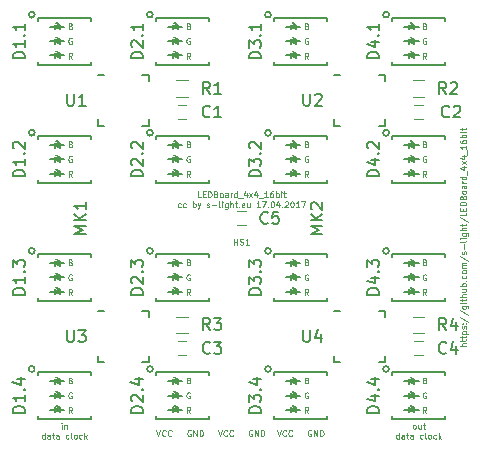
<source format=gto>
%TF.GenerationSoftware,KiCad,Pcbnew,no-vcs-found-e797af3~59~ubuntu17.04.1*%
%TF.CreationDate,2017-07-18T09:18:03+02:00*%
%TF.ProjectId,LEDBoard_4x4_16bit,4C4544426F6172645F3478345F313662,0.1*%
%TF.SameCoordinates,Original%
%TF.FileFunction,Legend,Top*%
%TF.FilePolarity,Positive*%
%FSLAX46Y46*%
G04 Gerber Fmt 4.6, Leading zero omitted, Abs format (unit mm)*
G04 Created by KiCad (PCBNEW no-vcs-found-e797af3~59~ubuntu17.04.1) date Tue Jul 18 09:18:03 2017*
%MOMM*%
%LPD*%
G01*
G04 APERTURE LIST*
%ADD10C,0.100000*%
%ADD11C,0.050000*%
%ADD12C,0.150000*%
%ADD13C,0.120000*%
G04 APERTURE END LIST*
D10*
X54773809Y-85801190D02*
X54773809Y-85467857D01*
X54773809Y-85301190D02*
X54750000Y-85325000D01*
X54773809Y-85348809D01*
X54797619Y-85325000D01*
X54773809Y-85301190D01*
X54773809Y-85348809D01*
X55011904Y-85467857D02*
X55011904Y-85801190D01*
X55011904Y-85515476D02*
X55035714Y-85491666D01*
X55083333Y-85467857D01*
X55154761Y-85467857D01*
X55202380Y-85491666D01*
X55226190Y-85539285D01*
X55226190Y-85801190D01*
X53333333Y-86651190D02*
X53333333Y-86151190D01*
X53333333Y-86627380D02*
X53285714Y-86651190D01*
X53190476Y-86651190D01*
X53142857Y-86627380D01*
X53119047Y-86603571D01*
X53095238Y-86555952D01*
X53095238Y-86413095D01*
X53119047Y-86365476D01*
X53142857Y-86341666D01*
X53190476Y-86317857D01*
X53285714Y-86317857D01*
X53333333Y-86341666D01*
X53785714Y-86651190D02*
X53785714Y-86389285D01*
X53761904Y-86341666D01*
X53714285Y-86317857D01*
X53619047Y-86317857D01*
X53571428Y-86341666D01*
X53785714Y-86627380D02*
X53738095Y-86651190D01*
X53619047Y-86651190D01*
X53571428Y-86627380D01*
X53547619Y-86579761D01*
X53547619Y-86532142D01*
X53571428Y-86484523D01*
X53619047Y-86460714D01*
X53738095Y-86460714D01*
X53785714Y-86436904D01*
X53952380Y-86317857D02*
X54142857Y-86317857D01*
X54023809Y-86151190D02*
X54023809Y-86579761D01*
X54047619Y-86627380D01*
X54095238Y-86651190D01*
X54142857Y-86651190D01*
X54523809Y-86651190D02*
X54523809Y-86389285D01*
X54500000Y-86341666D01*
X54452380Y-86317857D01*
X54357142Y-86317857D01*
X54309523Y-86341666D01*
X54523809Y-86627380D02*
X54476190Y-86651190D01*
X54357142Y-86651190D01*
X54309523Y-86627380D01*
X54285714Y-86579761D01*
X54285714Y-86532142D01*
X54309523Y-86484523D01*
X54357142Y-86460714D01*
X54476190Y-86460714D01*
X54523809Y-86436904D01*
X55357142Y-86627380D02*
X55309523Y-86651190D01*
X55214285Y-86651190D01*
X55166666Y-86627380D01*
X55142857Y-86603571D01*
X55119047Y-86555952D01*
X55119047Y-86413095D01*
X55142857Y-86365476D01*
X55166666Y-86341666D01*
X55214285Y-86317857D01*
X55309523Y-86317857D01*
X55357142Y-86341666D01*
X55642857Y-86651190D02*
X55595238Y-86627380D01*
X55571428Y-86579761D01*
X55571428Y-86151190D01*
X55904761Y-86651190D02*
X55857142Y-86627380D01*
X55833333Y-86603571D01*
X55809523Y-86555952D01*
X55809523Y-86413095D01*
X55833333Y-86365476D01*
X55857142Y-86341666D01*
X55904761Y-86317857D01*
X55976190Y-86317857D01*
X56023809Y-86341666D01*
X56047619Y-86365476D01*
X56071428Y-86413095D01*
X56071428Y-86555952D01*
X56047619Y-86603571D01*
X56023809Y-86627380D01*
X55976190Y-86651190D01*
X55904761Y-86651190D01*
X56500000Y-86627380D02*
X56452380Y-86651190D01*
X56357142Y-86651190D01*
X56309523Y-86627380D01*
X56285714Y-86603571D01*
X56261904Y-86555952D01*
X56261904Y-86413095D01*
X56285714Y-86365476D01*
X56309523Y-86341666D01*
X56357142Y-86317857D01*
X56452380Y-86317857D01*
X56500000Y-86341666D01*
X56714285Y-86651190D02*
X56714285Y-86151190D01*
X56761904Y-86460714D02*
X56904761Y-86651190D01*
X56904761Y-86317857D02*
X56714285Y-86508333D01*
X84595238Y-85801190D02*
X84547619Y-85777380D01*
X84523809Y-85753571D01*
X84500000Y-85705952D01*
X84500000Y-85563095D01*
X84523809Y-85515476D01*
X84547619Y-85491666D01*
X84595238Y-85467857D01*
X84666666Y-85467857D01*
X84714285Y-85491666D01*
X84738095Y-85515476D01*
X84761904Y-85563095D01*
X84761904Y-85705952D01*
X84738095Y-85753571D01*
X84714285Y-85777380D01*
X84666666Y-85801190D01*
X84595238Y-85801190D01*
X85190476Y-85467857D02*
X85190476Y-85801190D01*
X84976190Y-85467857D02*
X84976190Y-85729761D01*
X85000000Y-85777380D01*
X85047619Y-85801190D01*
X85119047Y-85801190D01*
X85166666Y-85777380D01*
X85190476Y-85753571D01*
X85357142Y-85467857D02*
X85547619Y-85467857D01*
X85428571Y-85301190D02*
X85428571Y-85729761D01*
X85452380Y-85777380D01*
X85500000Y-85801190D01*
X85547619Y-85801190D01*
X83333333Y-86651190D02*
X83333333Y-86151190D01*
X83333333Y-86627380D02*
X83285714Y-86651190D01*
X83190476Y-86651190D01*
X83142857Y-86627380D01*
X83119047Y-86603571D01*
X83095238Y-86555952D01*
X83095238Y-86413095D01*
X83119047Y-86365476D01*
X83142857Y-86341666D01*
X83190476Y-86317857D01*
X83285714Y-86317857D01*
X83333333Y-86341666D01*
X83785714Y-86651190D02*
X83785714Y-86389285D01*
X83761904Y-86341666D01*
X83714285Y-86317857D01*
X83619047Y-86317857D01*
X83571428Y-86341666D01*
X83785714Y-86627380D02*
X83738095Y-86651190D01*
X83619047Y-86651190D01*
X83571428Y-86627380D01*
X83547619Y-86579761D01*
X83547619Y-86532142D01*
X83571428Y-86484523D01*
X83619047Y-86460714D01*
X83738095Y-86460714D01*
X83785714Y-86436904D01*
X83952380Y-86317857D02*
X84142857Y-86317857D01*
X84023809Y-86151190D02*
X84023809Y-86579761D01*
X84047619Y-86627380D01*
X84095238Y-86651190D01*
X84142857Y-86651190D01*
X84523809Y-86651190D02*
X84523809Y-86389285D01*
X84500000Y-86341666D01*
X84452380Y-86317857D01*
X84357142Y-86317857D01*
X84309523Y-86341666D01*
X84523809Y-86627380D02*
X84476190Y-86651190D01*
X84357142Y-86651190D01*
X84309523Y-86627380D01*
X84285714Y-86579761D01*
X84285714Y-86532142D01*
X84309523Y-86484523D01*
X84357142Y-86460714D01*
X84476190Y-86460714D01*
X84523809Y-86436904D01*
X85357142Y-86627380D02*
X85309523Y-86651190D01*
X85214285Y-86651190D01*
X85166666Y-86627380D01*
X85142857Y-86603571D01*
X85119047Y-86555952D01*
X85119047Y-86413095D01*
X85142857Y-86365476D01*
X85166666Y-86341666D01*
X85214285Y-86317857D01*
X85309523Y-86317857D01*
X85357142Y-86341666D01*
X85642857Y-86651190D02*
X85595238Y-86627380D01*
X85571428Y-86579761D01*
X85571428Y-86151190D01*
X85904761Y-86651190D02*
X85857142Y-86627380D01*
X85833333Y-86603571D01*
X85809523Y-86555952D01*
X85809523Y-86413095D01*
X85833333Y-86365476D01*
X85857142Y-86341666D01*
X85904761Y-86317857D01*
X85976190Y-86317857D01*
X86023809Y-86341666D01*
X86047619Y-86365476D01*
X86071428Y-86413095D01*
X86071428Y-86555952D01*
X86047619Y-86603571D01*
X86023809Y-86627380D01*
X85976190Y-86651190D01*
X85904761Y-86651190D01*
X86500000Y-86627380D02*
X86452380Y-86651190D01*
X86357142Y-86651190D01*
X86309523Y-86627380D01*
X86285714Y-86603571D01*
X86261904Y-86555952D01*
X86261904Y-86413095D01*
X86285714Y-86365476D01*
X86309523Y-86341666D01*
X86357142Y-86317857D01*
X86452380Y-86317857D01*
X86500000Y-86341666D01*
X86714285Y-86651190D02*
X86714285Y-86151190D01*
X86761904Y-86460714D02*
X86904761Y-86651190D01*
X86904761Y-86317857D02*
X86714285Y-86508333D01*
X73000000Y-85926190D02*
X73166666Y-86426190D01*
X73333333Y-85926190D01*
X73785714Y-86378571D02*
X73761904Y-86402380D01*
X73690476Y-86426190D01*
X73642857Y-86426190D01*
X73571428Y-86402380D01*
X73523809Y-86354761D01*
X73500000Y-86307142D01*
X73476190Y-86211904D01*
X73476190Y-86140476D01*
X73500000Y-86045238D01*
X73523809Y-85997619D01*
X73571428Y-85950000D01*
X73642857Y-85926190D01*
X73690476Y-85926190D01*
X73761904Y-85950000D01*
X73785714Y-85973809D01*
X74285714Y-86378571D02*
X74261904Y-86402380D01*
X74190476Y-86426190D01*
X74142857Y-86426190D01*
X74071428Y-86402380D01*
X74023809Y-86354761D01*
X74000000Y-86307142D01*
X73976190Y-86211904D01*
X73976190Y-86140476D01*
X74000000Y-86045238D01*
X74023809Y-85997619D01*
X74071428Y-85950000D01*
X74142857Y-85926190D01*
X74190476Y-85926190D01*
X74261904Y-85950000D01*
X74285714Y-85973809D01*
X75904761Y-85950000D02*
X75857142Y-85926190D01*
X75785714Y-85926190D01*
X75714285Y-85950000D01*
X75666666Y-85997619D01*
X75642857Y-86045238D01*
X75619047Y-86140476D01*
X75619047Y-86211904D01*
X75642857Y-86307142D01*
X75666666Y-86354761D01*
X75714285Y-86402380D01*
X75785714Y-86426190D01*
X75833333Y-86426190D01*
X75904761Y-86402380D01*
X75928571Y-86378571D01*
X75928571Y-86211904D01*
X75833333Y-86211904D01*
X76142857Y-86426190D02*
X76142857Y-85926190D01*
X76428571Y-86426190D01*
X76428571Y-85926190D01*
X76666666Y-86426190D02*
X76666666Y-85926190D01*
X76785714Y-85926190D01*
X76857142Y-85950000D01*
X76904761Y-85997619D01*
X76928571Y-86045238D01*
X76952380Y-86140476D01*
X76952380Y-86211904D01*
X76928571Y-86307142D01*
X76904761Y-86354761D01*
X76857142Y-86402380D01*
X76785714Y-86426190D01*
X76666666Y-86426190D01*
X68000000Y-85926190D02*
X68166666Y-86426190D01*
X68333333Y-85926190D01*
X68785714Y-86378571D02*
X68761904Y-86402380D01*
X68690476Y-86426190D01*
X68642857Y-86426190D01*
X68571428Y-86402380D01*
X68523809Y-86354761D01*
X68500000Y-86307142D01*
X68476190Y-86211904D01*
X68476190Y-86140476D01*
X68500000Y-86045238D01*
X68523809Y-85997619D01*
X68571428Y-85950000D01*
X68642857Y-85926190D01*
X68690476Y-85926190D01*
X68761904Y-85950000D01*
X68785714Y-85973809D01*
X69285714Y-86378571D02*
X69261904Y-86402380D01*
X69190476Y-86426190D01*
X69142857Y-86426190D01*
X69071428Y-86402380D01*
X69023809Y-86354761D01*
X69000000Y-86307142D01*
X68976190Y-86211904D01*
X68976190Y-86140476D01*
X69000000Y-86045238D01*
X69023809Y-85997619D01*
X69071428Y-85950000D01*
X69142857Y-85926190D01*
X69190476Y-85926190D01*
X69261904Y-85950000D01*
X69285714Y-85973809D01*
X70904761Y-85950000D02*
X70857142Y-85926190D01*
X70785714Y-85926190D01*
X70714285Y-85950000D01*
X70666666Y-85997619D01*
X70642857Y-86045238D01*
X70619047Y-86140476D01*
X70619047Y-86211904D01*
X70642857Y-86307142D01*
X70666666Y-86354761D01*
X70714285Y-86402380D01*
X70785714Y-86426190D01*
X70833333Y-86426190D01*
X70904761Y-86402380D01*
X70928571Y-86378571D01*
X70928571Y-86211904D01*
X70833333Y-86211904D01*
X71142857Y-86426190D02*
X71142857Y-85926190D01*
X71428571Y-86426190D01*
X71428571Y-85926190D01*
X71666666Y-86426190D02*
X71666666Y-85926190D01*
X71785714Y-85926190D01*
X71857142Y-85950000D01*
X71904761Y-85997619D01*
X71928571Y-86045238D01*
X71952380Y-86140476D01*
X71952380Y-86211904D01*
X71928571Y-86307142D01*
X71904761Y-86354761D01*
X71857142Y-86402380D01*
X71785714Y-86426190D01*
X71666666Y-86426190D01*
X62800000Y-85926190D02*
X62966666Y-86426190D01*
X63133333Y-85926190D01*
X63585714Y-86378571D02*
X63561904Y-86402380D01*
X63490476Y-86426190D01*
X63442857Y-86426190D01*
X63371428Y-86402380D01*
X63323809Y-86354761D01*
X63300000Y-86307142D01*
X63276190Y-86211904D01*
X63276190Y-86140476D01*
X63300000Y-86045238D01*
X63323809Y-85997619D01*
X63371428Y-85950000D01*
X63442857Y-85926190D01*
X63490476Y-85926190D01*
X63561904Y-85950000D01*
X63585714Y-85973809D01*
X64085714Y-86378571D02*
X64061904Y-86402380D01*
X63990476Y-86426190D01*
X63942857Y-86426190D01*
X63871428Y-86402380D01*
X63823809Y-86354761D01*
X63800000Y-86307142D01*
X63776190Y-86211904D01*
X63776190Y-86140476D01*
X63800000Y-86045238D01*
X63823809Y-85997619D01*
X63871428Y-85950000D01*
X63942857Y-85926190D01*
X63990476Y-85926190D01*
X64061904Y-85950000D01*
X64085714Y-85973809D01*
X65704761Y-85950000D02*
X65657142Y-85926190D01*
X65585714Y-85926190D01*
X65514285Y-85950000D01*
X65466666Y-85997619D01*
X65442857Y-86045238D01*
X65419047Y-86140476D01*
X65419047Y-86211904D01*
X65442857Y-86307142D01*
X65466666Y-86354761D01*
X65514285Y-86402380D01*
X65585714Y-86426190D01*
X65633333Y-86426190D01*
X65704761Y-86402380D01*
X65728571Y-86378571D01*
X65728571Y-86211904D01*
X65633333Y-86211904D01*
X65942857Y-86426190D02*
X65942857Y-85926190D01*
X66228571Y-86426190D01*
X66228571Y-85926190D01*
X66466666Y-86426190D02*
X66466666Y-85926190D01*
X66585714Y-85926190D01*
X66657142Y-85950000D01*
X66704761Y-85997619D01*
X66728571Y-86045238D01*
X66752380Y-86140476D01*
X66752380Y-86211904D01*
X66728571Y-86307142D01*
X66704761Y-86354761D01*
X66657142Y-86402380D01*
X66585714Y-86426190D01*
X66466666Y-86426190D01*
X89026190Y-78790476D02*
X88526190Y-78790476D01*
X89026190Y-78576190D02*
X88764285Y-78576190D01*
X88716666Y-78600000D01*
X88692857Y-78647619D01*
X88692857Y-78719047D01*
X88716666Y-78766666D01*
X88740476Y-78790476D01*
X88692857Y-78409523D02*
X88692857Y-78219047D01*
X88526190Y-78338095D02*
X88954761Y-78338095D01*
X89002380Y-78314285D01*
X89026190Y-78266666D01*
X89026190Y-78219047D01*
X88692857Y-78123809D02*
X88692857Y-77933333D01*
X88526190Y-78052380D02*
X88954761Y-78052380D01*
X89002380Y-78028571D01*
X89026190Y-77980952D01*
X89026190Y-77933333D01*
X88692857Y-77766666D02*
X89192857Y-77766666D01*
X88716666Y-77766666D02*
X88692857Y-77719047D01*
X88692857Y-77623809D01*
X88716666Y-77576190D01*
X88740476Y-77552380D01*
X88788095Y-77528571D01*
X88930952Y-77528571D01*
X88978571Y-77552380D01*
X89002380Y-77576190D01*
X89026190Y-77623809D01*
X89026190Y-77719047D01*
X89002380Y-77766666D01*
X89002380Y-77338095D02*
X89026190Y-77290476D01*
X89026190Y-77195238D01*
X89002380Y-77147619D01*
X88954761Y-77123809D01*
X88930952Y-77123809D01*
X88883333Y-77147619D01*
X88859523Y-77195238D01*
X88859523Y-77266666D01*
X88835714Y-77314285D01*
X88788095Y-77338095D01*
X88764285Y-77338095D01*
X88716666Y-77314285D01*
X88692857Y-77266666D01*
X88692857Y-77195238D01*
X88716666Y-77147619D01*
X88978571Y-76909523D02*
X89002380Y-76885714D01*
X89026190Y-76909523D01*
X89002380Y-76933333D01*
X88978571Y-76909523D01*
X89026190Y-76909523D01*
X88716666Y-76909523D02*
X88740476Y-76885714D01*
X88764285Y-76909523D01*
X88740476Y-76933333D01*
X88716666Y-76909523D01*
X88764285Y-76909523D01*
X88502380Y-76314285D02*
X89145238Y-76742857D01*
X88502380Y-75790476D02*
X89145238Y-76219047D01*
X88692857Y-75409523D02*
X89097619Y-75409523D01*
X89145238Y-75433333D01*
X89169047Y-75457142D01*
X89192857Y-75504761D01*
X89192857Y-75576190D01*
X89169047Y-75623809D01*
X89002380Y-75409523D02*
X89026190Y-75457142D01*
X89026190Y-75552380D01*
X89002380Y-75600000D01*
X88978571Y-75623809D01*
X88930952Y-75647619D01*
X88788095Y-75647619D01*
X88740476Y-75623809D01*
X88716666Y-75600000D01*
X88692857Y-75552380D01*
X88692857Y-75457142D01*
X88716666Y-75409523D01*
X89026190Y-75171428D02*
X88692857Y-75171428D01*
X88526190Y-75171428D02*
X88550000Y-75195238D01*
X88573809Y-75171428D01*
X88550000Y-75147619D01*
X88526190Y-75171428D01*
X88573809Y-75171428D01*
X88692857Y-75004761D02*
X88692857Y-74814285D01*
X88526190Y-74933333D02*
X88954761Y-74933333D01*
X89002380Y-74909523D01*
X89026190Y-74861904D01*
X89026190Y-74814285D01*
X89026190Y-74647619D02*
X88526190Y-74647619D01*
X89026190Y-74433333D02*
X88764285Y-74433333D01*
X88716666Y-74457142D01*
X88692857Y-74504761D01*
X88692857Y-74576190D01*
X88716666Y-74623809D01*
X88740476Y-74647619D01*
X88692857Y-73980952D02*
X89026190Y-73980952D01*
X88692857Y-74195238D02*
X88954761Y-74195238D01*
X89002380Y-74171428D01*
X89026190Y-74123809D01*
X89026190Y-74052380D01*
X89002380Y-74004761D01*
X88978571Y-73980952D01*
X89026190Y-73742857D02*
X88526190Y-73742857D01*
X88716666Y-73742857D02*
X88692857Y-73695238D01*
X88692857Y-73600000D01*
X88716666Y-73552380D01*
X88740476Y-73528571D01*
X88788095Y-73504761D01*
X88930952Y-73504761D01*
X88978571Y-73528571D01*
X89002380Y-73552380D01*
X89026190Y-73600000D01*
X89026190Y-73695238D01*
X89002380Y-73742857D01*
X88978571Y-73290476D02*
X89002380Y-73266666D01*
X89026190Y-73290476D01*
X89002380Y-73314285D01*
X88978571Y-73290476D01*
X89026190Y-73290476D01*
X89002380Y-72838095D02*
X89026190Y-72885714D01*
X89026190Y-72980952D01*
X89002380Y-73028571D01*
X88978571Y-73052380D01*
X88930952Y-73076190D01*
X88788095Y-73076190D01*
X88740476Y-73052380D01*
X88716666Y-73028571D01*
X88692857Y-72980952D01*
X88692857Y-72885714D01*
X88716666Y-72838095D01*
X89026190Y-72552380D02*
X89002380Y-72600000D01*
X88978571Y-72623809D01*
X88930952Y-72647619D01*
X88788095Y-72647619D01*
X88740476Y-72623809D01*
X88716666Y-72600000D01*
X88692857Y-72552380D01*
X88692857Y-72480952D01*
X88716666Y-72433333D01*
X88740476Y-72409523D01*
X88788095Y-72385714D01*
X88930952Y-72385714D01*
X88978571Y-72409523D01*
X89002380Y-72433333D01*
X89026190Y-72480952D01*
X89026190Y-72552380D01*
X89026190Y-72171428D02*
X88692857Y-72171428D01*
X88740476Y-72171428D02*
X88716666Y-72147619D01*
X88692857Y-72100000D01*
X88692857Y-72028571D01*
X88716666Y-71980952D01*
X88764285Y-71957142D01*
X89026190Y-71957142D01*
X88764285Y-71957142D02*
X88716666Y-71933333D01*
X88692857Y-71885714D01*
X88692857Y-71814285D01*
X88716666Y-71766666D01*
X88764285Y-71742857D01*
X89026190Y-71742857D01*
X88502380Y-71147619D02*
X89145238Y-71576190D01*
X89002380Y-71004761D02*
X89026190Y-70957142D01*
X89026190Y-70861904D01*
X89002380Y-70814285D01*
X88954761Y-70790476D01*
X88930952Y-70790476D01*
X88883333Y-70814285D01*
X88859523Y-70861904D01*
X88859523Y-70933333D01*
X88835714Y-70980952D01*
X88788095Y-71004761D01*
X88764285Y-71004761D01*
X88716666Y-70980952D01*
X88692857Y-70933333D01*
X88692857Y-70861904D01*
X88716666Y-70814285D01*
X88835714Y-70576190D02*
X88835714Y-70195238D01*
X89026190Y-69885714D02*
X89002380Y-69933333D01*
X88954761Y-69957142D01*
X88526190Y-69957142D01*
X89026190Y-69695238D02*
X88692857Y-69695238D01*
X88526190Y-69695238D02*
X88550000Y-69719047D01*
X88573809Y-69695238D01*
X88550000Y-69671428D01*
X88526190Y-69695238D01*
X88573809Y-69695238D01*
X88692857Y-69242857D02*
X89097619Y-69242857D01*
X89145238Y-69266666D01*
X89169047Y-69290476D01*
X89192857Y-69338095D01*
X89192857Y-69409523D01*
X89169047Y-69457142D01*
X89002380Y-69242857D02*
X89026190Y-69290476D01*
X89026190Y-69385714D01*
X89002380Y-69433333D01*
X88978571Y-69457142D01*
X88930952Y-69480952D01*
X88788095Y-69480952D01*
X88740476Y-69457142D01*
X88716666Y-69433333D01*
X88692857Y-69385714D01*
X88692857Y-69290476D01*
X88716666Y-69242857D01*
X89026190Y-69004761D02*
X88526190Y-69004761D01*
X89026190Y-68790476D02*
X88764285Y-68790476D01*
X88716666Y-68814285D01*
X88692857Y-68861904D01*
X88692857Y-68933333D01*
X88716666Y-68980952D01*
X88740476Y-69004761D01*
X88692857Y-68623809D02*
X88692857Y-68433333D01*
X88526190Y-68552380D02*
X88954761Y-68552380D01*
X89002380Y-68528571D01*
X89026190Y-68480952D01*
X89026190Y-68433333D01*
X88502380Y-67909523D02*
X89145238Y-68338095D01*
X89026190Y-67504761D02*
X89026190Y-67742857D01*
X88526190Y-67742857D01*
X88764285Y-67338095D02*
X88764285Y-67171428D01*
X89026190Y-67100000D02*
X89026190Y-67338095D01*
X88526190Y-67338095D01*
X88526190Y-67100000D01*
X89026190Y-66885714D02*
X88526190Y-66885714D01*
X88526190Y-66766666D01*
X88550000Y-66695238D01*
X88597619Y-66647619D01*
X88645238Y-66623809D01*
X88740476Y-66600000D01*
X88811904Y-66600000D01*
X88907142Y-66623809D01*
X88954761Y-66647619D01*
X89002380Y-66695238D01*
X89026190Y-66766666D01*
X89026190Y-66885714D01*
X88764285Y-66219047D02*
X88788095Y-66147619D01*
X88811904Y-66123809D01*
X88859523Y-66100000D01*
X88930952Y-66100000D01*
X88978571Y-66123809D01*
X89002380Y-66147619D01*
X89026190Y-66195238D01*
X89026190Y-66385714D01*
X88526190Y-66385714D01*
X88526190Y-66219047D01*
X88550000Y-66171428D01*
X88573809Y-66147619D01*
X88621428Y-66123809D01*
X88669047Y-66123809D01*
X88716666Y-66147619D01*
X88740476Y-66171428D01*
X88764285Y-66219047D01*
X88764285Y-66385714D01*
X89026190Y-65814285D02*
X89002380Y-65861904D01*
X88978571Y-65885714D01*
X88930952Y-65909523D01*
X88788095Y-65909523D01*
X88740476Y-65885714D01*
X88716666Y-65861904D01*
X88692857Y-65814285D01*
X88692857Y-65742857D01*
X88716666Y-65695238D01*
X88740476Y-65671428D01*
X88788095Y-65647619D01*
X88930952Y-65647619D01*
X88978571Y-65671428D01*
X89002380Y-65695238D01*
X89026190Y-65742857D01*
X89026190Y-65814285D01*
X89026190Y-65219047D02*
X88764285Y-65219047D01*
X88716666Y-65242857D01*
X88692857Y-65290476D01*
X88692857Y-65385714D01*
X88716666Y-65433333D01*
X89002380Y-65219047D02*
X89026190Y-65266666D01*
X89026190Y-65385714D01*
X89002380Y-65433333D01*
X88954761Y-65457142D01*
X88907142Y-65457142D01*
X88859523Y-65433333D01*
X88835714Y-65385714D01*
X88835714Y-65266666D01*
X88811904Y-65219047D01*
X89026190Y-64980952D02*
X88692857Y-64980952D01*
X88788095Y-64980952D02*
X88740476Y-64957142D01*
X88716666Y-64933333D01*
X88692857Y-64885714D01*
X88692857Y-64838095D01*
X89026190Y-64457142D02*
X88526190Y-64457142D01*
X89002380Y-64457142D02*
X89026190Y-64504761D01*
X89026190Y-64600000D01*
X89002380Y-64647619D01*
X88978571Y-64671428D01*
X88930952Y-64695238D01*
X88788095Y-64695238D01*
X88740476Y-64671428D01*
X88716666Y-64647619D01*
X88692857Y-64600000D01*
X88692857Y-64504761D01*
X88716666Y-64457142D01*
X89073809Y-64338095D02*
X89073809Y-63957142D01*
X88692857Y-63623809D02*
X89026190Y-63623809D01*
X88502380Y-63742857D02*
X88859523Y-63861904D01*
X88859523Y-63552380D01*
X89026190Y-63409523D02*
X88692857Y-63147619D01*
X88692857Y-63409523D02*
X89026190Y-63147619D01*
X88692857Y-62742857D02*
X89026190Y-62742857D01*
X88502380Y-62861904D02*
X88859523Y-62980952D01*
X88859523Y-62671428D01*
X89073809Y-62600000D02*
X89073809Y-62219047D01*
X89026190Y-61838095D02*
X89026190Y-62123809D01*
X89026190Y-61980952D02*
X88526190Y-61980952D01*
X88597619Y-62028571D01*
X88645238Y-62076190D01*
X88669047Y-62123809D01*
X88526190Y-61409523D02*
X88526190Y-61504761D01*
X88550000Y-61552380D01*
X88573809Y-61576190D01*
X88645238Y-61623809D01*
X88740476Y-61647619D01*
X88930952Y-61647619D01*
X88978571Y-61623809D01*
X89002380Y-61600000D01*
X89026190Y-61552380D01*
X89026190Y-61457142D01*
X89002380Y-61409523D01*
X88978571Y-61385714D01*
X88930952Y-61361904D01*
X88811904Y-61361904D01*
X88764285Y-61385714D01*
X88740476Y-61409523D01*
X88716666Y-61457142D01*
X88716666Y-61552380D01*
X88740476Y-61600000D01*
X88764285Y-61623809D01*
X88811904Y-61647619D01*
X89026190Y-61147619D02*
X88526190Y-61147619D01*
X88716666Y-61147619D02*
X88692857Y-61100000D01*
X88692857Y-61004761D01*
X88716666Y-60957142D01*
X88740476Y-60933333D01*
X88788095Y-60909523D01*
X88930952Y-60909523D01*
X88978571Y-60933333D01*
X89002380Y-60957142D01*
X89026190Y-61004761D01*
X89026190Y-61100000D01*
X89002380Y-61147619D01*
X89026190Y-60695238D02*
X88692857Y-60695238D01*
X88526190Y-60695238D02*
X88550000Y-60719047D01*
X88573809Y-60695238D01*
X88550000Y-60671428D01*
X88526190Y-60695238D01*
X88573809Y-60695238D01*
X88692857Y-60528571D02*
X88692857Y-60338095D01*
X88526190Y-60457142D02*
X88954761Y-60457142D01*
X89002380Y-60433333D01*
X89026190Y-60385714D01*
X89026190Y-60338095D01*
X66571428Y-66201190D02*
X66333333Y-66201190D01*
X66333333Y-65701190D01*
X66738095Y-65939285D02*
X66904761Y-65939285D01*
X66976190Y-66201190D02*
X66738095Y-66201190D01*
X66738095Y-65701190D01*
X66976190Y-65701190D01*
X67190476Y-66201190D02*
X67190476Y-65701190D01*
X67309523Y-65701190D01*
X67380952Y-65725000D01*
X67428571Y-65772619D01*
X67452380Y-65820238D01*
X67476190Y-65915476D01*
X67476190Y-65986904D01*
X67452380Y-66082142D01*
X67428571Y-66129761D01*
X67380952Y-66177380D01*
X67309523Y-66201190D01*
X67190476Y-66201190D01*
X67857142Y-65939285D02*
X67928571Y-65963095D01*
X67952380Y-65986904D01*
X67976190Y-66034523D01*
X67976190Y-66105952D01*
X67952380Y-66153571D01*
X67928571Y-66177380D01*
X67880952Y-66201190D01*
X67690476Y-66201190D01*
X67690476Y-65701190D01*
X67857142Y-65701190D01*
X67904761Y-65725000D01*
X67928571Y-65748809D01*
X67952380Y-65796428D01*
X67952380Y-65844047D01*
X67928571Y-65891666D01*
X67904761Y-65915476D01*
X67857142Y-65939285D01*
X67690476Y-65939285D01*
X68261904Y-66201190D02*
X68214285Y-66177380D01*
X68190476Y-66153571D01*
X68166666Y-66105952D01*
X68166666Y-65963095D01*
X68190476Y-65915476D01*
X68214285Y-65891666D01*
X68261904Y-65867857D01*
X68333333Y-65867857D01*
X68380952Y-65891666D01*
X68404761Y-65915476D01*
X68428571Y-65963095D01*
X68428571Y-66105952D01*
X68404761Y-66153571D01*
X68380952Y-66177380D01*
X68333333Y-66201190D01*
X68261904Y-66201190D01*
X68857142Y-66201190D02*
X68857142Y-65939285D01*
X68833333Y-65891666D01*
X68785714Y-65867857D01*
X68690476Y-65867857D01*
X68642857Y-65891666D01*
X68857142Y-66177380D02*
X68809523Y-66201190D01*
X68690476Y-66201190D01*
X68642857Y-66177380D01*
X68619047Y-66129761D01*
X68619047Y-66082142D01*
X68642857Y-66034523D01*
X68690476Y-66010714D01*
X68809523Y-66010714D01*
X68857142Y-65986904D01*
X69095238Y-66201190D02*
X69095238Y-65867857D01*
X69095238Y-65963095D02*
X69119047Y-65915476D01*
X69142857Y-65891666D01*
X69190476Y-65867857D01*
X69238095Y-65867857D01*
X69619047Y-66201190D02*
X69619047Y-65701190D01*
X69619047Y-66177380D02*
X69571428Y-66201190D01*
X69476190Y-66201190D01*
X69428571Y-66177380D01*
X69404761Y-66153571D01*
X69380952Y-66105952D01*
X69380952Y-65963095D01*
X69404761Y-65915476D01*
X69428571Y-65891666D01*
X69476190Y-65867857D01*
X69571428Y-65867857D01*
X69619047Y-65891666D01*
X69738095Y-66248809D02*
X70119047Y-66248809D01*
X70452380Y-65867857D02*
X70452380Y-66201190D01*
X70333333Y-65677380D02*
X70214285Y-66034523D01*
X70523809Y-66034523D01*
X70666666Y-66201190D02*
X70928571Y-65867857D01*
X70666666Y-65867857D02*
X70928571Y-66201190D01*
X71333333Y-65867857D02*
X71333333Y-66201190D01*
X71214285Y-65677380D02*
X71095238Y-66034523D01*
X71404761Y-66034523D01*
X71476190Y-66248809D02*
X71857142Y-66248809D01*
X72238095Y-66201190D02*
X71952380Y-66201190D01*
X72095238Y-66201190D02*
X72095238Y-65701190D01*
X72047619Y-65772619D01*
X72000000Y-65820238D01*
X71952380Y-65844047D01*
X72666666Y-65701190D02*
X72571428Y-65701190D01*
X72523809Y-65725000D01*
X72500000Y-65748809D01*
X72452380Y-65820238D01*
X72428571Y-65915476D01*
X72428571Y-66105952D01*
X72452380Y-66153571D01*
X72476190Y-66177380D01*
X72523809Y-66201190D01*
X72619047Y-66201190D01*
X72666666Y-66177380D01*
X72690476Y-66153571D01*
X72714285Y-66105952D01*
X72714285Y-65986904D01*
X72690476Y-65939285D01*
X72666666Y-65915476D01*
X72619047Y-65891666D01*
X72523809Y-65891666D01*
X72476190Y-65915476D01*
X72452380Y-65939285D01*
X72428571Y-65986904D01*
X72928571Y-66201190D02*
X72928571Y-65701190D01*
X72928571Y-65891666D02*
X72976190Y-65867857D01*
X73071428Y-65867857D01*
X73119047Y-65891666D01*
X73142857Y-65915476D01*
X73166666Y-65963095D01*
X73166666Y-66105952D01*
X73142857Y-66153571D01*
X73119047Y-66177380D01*
X73071428Y-66201190D01*
X72976190Y-66201190D01*
X72928571Y-66177380D01*
X73380952Y-66201190D02*
X73380952Y-65867857D01*
X73380952Y-65701190D02*
X73357142Y-65725000D01*
X73380952Y-65748809D01*
X73404761Y-65725000D01*
X73380952Y-65701190D01*
X73380952Y-65748809D01*
X73547619Y-65867857D02*
X73738095Y-65867857D01*
X73619047Y-65701190D02*
X73619047Y-66129761D01*
X73642857Y-66177380D01*
X73690476Y-66201190D01*
X73738095Y-66201190D01*
X64857142Y-67027380D02*
X64809523Y-67051190D01*
X64714285Y-67051190D01*
X64666666Y-67027380D01*
X64642857Y-67003571D01*
X64619047Y-66955952D01*
X64619047Y-66813095D01*
X64642857Y-66765476D01*
X64666666Y-66741666D01*
X64714285Y-66717857D01*
X64809523Y-66717857D01*
X64857142Y-66741666D01*
X65285714Y-67027380D02*
X65238095Y-67051190D01*
X65142857Y-67051190D01*
X65095238Y-67027380D01*
X65071428Y-67003571D01*
X65047619Y-66955952D01*
X65047619Y-66813095D01*
X65071428Y-66765476D01*
X65095238Y-66741666D01*
X65142857Y-66717857D01*
X65238095Y-66717857D01*
X65285714Y-66741666D01*
X65880952Y-67051190D02*
X65880952Y-66551190D01*
X65880952Y-66741666D02*
X65928571Y-66717857D01*
X66023809Y-66717857D01*
X66071428Y-66741666D01*
X66095238Y-66765476D01*
X66119047Y-66813095D01*
X66119047Y-66955952D01*
X66095238Y-67003571D01*
X66071428Y-67027380D01*
X66023809Y-67051190D01*
X65928571Y-67051190D01*
X65880952Y-67027380D01*
X66285714Y-66717857D02*
X66404761Y-67051190D01*
X66523809Y-66717857D02*
X66404761Y-67051190D01*
X66357142Y-67170238D01*
X66333333Y-67194047D01*
X66285714Y-67217857D01*
X67071428Y-67027380D02*
X67119047Y-67051190D01*
X67214285Y-67051190D01*
X67261904Y-67027380D01*
X67285714Y-66979761D01*
X67285714Y-66955952D01*
X67261904Y-66908333D01*
X67214285Y-66884523D01*
X67142857Y-66884523D01*
X67095238Y-66860714D01*
X67071428Y-66813095D01*
X67071428Y-66789285D01*
X67095238Y-66741666D01*
X67142857Y-66717857D01*
X67214285Y-66717857D01*
X67261904Y-66741666D01*
X67500000Y-66860714D02*
X67880952Y-66860714D01*
X68190476Y-67051190D02*
X68142857Y-67027380D01*
X68119047Y-66979761D01*
X68119047Y-66551190D01*
X68380952Y-67051190D02*
X68380952Y-66717857D01*
X68380952Y-66551190D02*
X68357142Y-66575000D01*
X68380952Y-66598809D01*
X68404761Y-66575000D01*
X68380952Y-66551190D01*
X68380952Y-66598809D01*
X68833333Y-66717857D02*
X68833333Y-67122619D01*
X68809523Y-67170238D01*
X68785714Y-67194047D01*
X68738095Y-67217857D01*
X68666666Y-67217857D01*
X68619047Y-67194047D01*
X68833333Y-67027380D02*
X68785714Y-67051190D01*
X68690476Y-67051190D01*
X68642857Y-67027380D01*
X68619047Y-67003571D01*
X68595238Y-66955952D01*
X68595238Y-66813095D01*
X68619047Y-66765476D01*
X68642857Y-66741666D01*
X68690476Y-66717857D01*
X68785714Y-66717857D01*
X68833333Y-66741666D01*
X69071428Y-67051190D02*
X69071428Y-66551190D01*
X69285714Y-67051190D02*
X69285714Y-66789285D01*
X69261904Y-66741666D01*
X69214285Y-66717857D01*
X69142857Y-66717857D01*
X69095238Y-66741666D01*
X69071428Y-66765476D01*
X69452380Y-66717857D02*
X69642857Y-66717857D01*
X69523809Y-66551190D02*
X69523809Y-66979761D01*
X69547619Y-67027380D01*
X69595238Y-67051190D01*
X69642857Y-67051190D01*
X69809523Y-67003571D02*
X69833333Y-67027380D01*
X69809523Y-67051190D01*
X69785714Y-67027380D01*
X69809523Y-67003571D01*
X69809523Y-67051190D01*
X70238095Y-67027380D02*
X70190476Y-67051190D01*
X70095238Y-67051190D01*
X70047619Y-67027380D01*
X70023809Y-66979761D01*
X70023809Y-66789285D01*
X70047619Y-66741666D01*
X70095238Y-66717857D01*
X70190476Y-66717857D01*
X70238095Y-66741666D01*
X70261904Y-66789285D01*
X70261904Y-66836904D01*
X70023809Y-66884523D01*
X70690476Y-66717857D02*
X70690476Y-67051190D01*
X70476190Y-66717857D02*
X70476190Y-66979761D01*
X70500000Y-67027380D01*
X70547619Y-67051190D01*
X70619047Y-67051190D01*
X70666666Y-67027380D01*
X70690476Y-67003571D01*
X71571428Y-67051190D02*
X71285714Y-67051190D01*
X71428571Y-67051190D02*
X71428571Y-66551190D01*
X71380952Y-66622619D01*
X71333333Y-66670238D01*
X71285714Y-66694047D01*
X71738095Y-66551190D02*
X72071428Y-66551190D01*
X71857142Y-67051190D01*
X72261904Y-67003571D02*
X72285714Y-67027380D01*
X72261904Y-67051190D01*
X72238095Y-67027380D01*
X72261904Y-67003571D01*
X72261904Y-67051190D01*
X72595238Y-66551190D02*
X72642857Y-66551190D01*
X72690476Y-66575000D01*
X72714285Y-66598809D01*
X72738095Y-66646428D01*
X72761904Y-66741666D01*
X72761904Y-66860714D01*
X72738095Y-66955952D01*
X72714285Y-67003571D01*
X72690476Y-67027380D01*
X72642857Y-67051190D01*
X72595238Y-67051190D01*
X72547619Y-67027380D01*
X72523809Y-67003571D01*
X72500000Y-66955952D01*
X72476190Y-66860714D01*
X72476190Y-66741666D01*
X72500000Y-66646428D01*
X72523809Y-66598809D01*
X72547619Y-66575000D01*
X72595238Y-66551190D01*
X73190476Y-66717857D02*
X73190476Y-67051190D01*
X73071428Y-66527380D02*
X72952380Y-66884523D01*
X73261904Y-66884523D01*
X73452380Y-67003571D02*
X73476190Y-67027380D01*
X73452380Y-67051190D01*
X73428571Y-67027380D01*
X73452380Y-67003571D01*
X73452380Y-67051190D01*
X73666666Y-66598809D02*
X73690476Y-66575000D01*
X73738095Y-66551190D01*
X73857142Y-66551190D01*
X73904761Y-66575000D01*
X73928571Y-66598809D01*
X73952380Y-66646428D01*
X73952380Y-66694047D01*
X73928571Y-66765476D01*
X73642857Y-67051190D01*
X73952380Y-67051190D01*
X74261904Y-66551190D02*
X74309523Y-66551190D01*
X74357142Y-66575000D01*
X74380952Y-66598809D01*
X74404761Y-66646428D01*
X74428571Y-66741666D01*
X74428571Y-66860714D01*
X74404761Y-66955952D01*
X74380952Y-67003571D01*
X74357142Y-67027380D01*
X74309523Y-67051190D01*
X74261904Y-67051190D01*
X74214285Y-67027380D01*
X74190476Y-67003571D01*
X74166666Y-66955952D01*
X74142857Y-66860714D01*
X74142857Y-66741666D01*
X74166666Y-66646428D01*
X74190476Y-66598809D01*
X74214285Y-66575000D01*
X74261904Y-66551190D01*
X74904761Y-67051190D02*
X74619047Y-67051190D01*
X74761904Y-67051190D02*
X74761904Y-66551190D01*
X74714285Y-66622619D01*
X74666666Y-66670238D01*
X74619047Y-66694047D01*
X75071428Y-66551190D02*
X75404761Y-66551190D01*
X75190476Y-67051190D01*
D11*
%TO.C,D1.1*%
X54450000Y-53950000D02*
X54400000Y-53800000D01*
X54250000Y-53850000D02*
X54300000Y-53800000D01*
X54350000Y-53850000D02*
X54400000Y-53800000D01*
X54350000Y-53950000D02*
X54300000Y-53800000D01*
X54350000Y-52750000D02*
X54300000Y-52600000D01*
X54250000Y-52650000D02*
X54300000Y-52600000D01*
X54350000Y-52650000D02*
X54400000Y-52600000D01*
X54450000Y-52750000D02*
X54400000Y-52600000D01*
X54350000Y-51450000D02*
X54400000Y-51400000D01*
D12*
X54600000Y-54400000D02*
X54600000Y-54000000D01*
X54200000Y-54200000D02*
X54600000Y-54400000D01*
X54600000Y-54000000D02*
X54200000Y-54200000D01*
X54200000Y-54000000D02*
X54200000Y-54400000D01*
X53800000Y-54200000D02*
X55000000Y-54200000D01*
X54600000Y-53200000D02*
X54600000Y-52800000D01*
X54200000Y-53000000D02*
X54600000Y-53200000D01*
X54600000Y-52800000D02*
X54200000Y-53000000D01*
X54200000Y-52800000D02*
X54200000Y-53200000D01*
X53800000Y-53000000D02*
X55000000Y-53000000D01*
X52750000Y-51250000D02*
X52750000Y-51000000D01*
X52750000Y-51000000D02*
X57250000Y-51000000D01*
X57250000Y-51000000D02*
X57250000Y-51250000D01*
X57250000Y-54750000D02*
X57250000Y-55000000D01*
X57250000Y-55000000D02*
X52750000Y-55000000D01*
X52750000Y-55000000D02*
X52750000Y-54750000D01*
X52500000Y-50750000D02*
G75*
G03X52500000Y-50750000I-250000J0D01*
G01*
X54200000Y-51600000D02*
X54200000Y-52000000D01*
X54200000Y-51800000D02*
X54600000Y-52000000D01*
X54600000Y-52000000D02*
X54600000Y-51600000D01*
X54600000Y-51600000D02*
X54200000Y-51800000D01*
X53800000Y-51800000D02*
X55000000Y-51800000D01*
D11*
X54350000Y-51550000D02*
X54300000Y-51400000D01*
X54450000Y-51550000D02*
X54400000Y-51400000D01*
X54250000Y-51450000D02*
X54300000Y-51400000D01*
%TO.C,D1.2*%
X54450000Y-63950000D02*
X54400000Y-63800000D01*
X54250000Y-63850000D02*
X54300000Y-63800000D01*
X54350000Y-63850000D02*
X54400000Y-63800000D01*
X54350000Y-63950000D02*
X54300000Y-63800000D01*
X54350000Y-62750000D02*
X54300000Y-62600000D01*
X54250000Y-62650000D02*
X54300000Y-62600000D01*
X54350000Y-62650000D02*
X54400000Y-62600000D01*
X54450000Y-62750000D02*
X54400000Y-62600000D01*
X54350000Y-61450000D02*
X54400000Y-61400000D01*
D12*
X54600000Y-64400000D02*
X54600000Y-64000000D01*
X54200000Y-64200000D02*
X54600000Y-64400000D01*
X54600000Y-64000000D02*
X54200000Y-64200000D01*
X54200000Y-64000000D02*
X54200000Y-64400000D01*
X53800000Y-64200000D02*
X55000000Y-64200000D01*
X54600000Y-63200000D02*
X54600000Y-62800000D01*
X54200000Y-63000000D02*
X54600000Y-63200000D01*
X54600000Y-62800000D02*
X54200000Y-63000000D01*
X54200000Y-62800000D02*
X54200000Y-63200000D01*
X53800000Y-63000000D02*
X55000000Y-63000000D01*
X52750000Y-61250000D02*
X52750000Y-61000000D01*
X52750000Y-61000000D02*
X57250000Y-61000000D01*
X57250000Y-61000000D02*
X57250000Y-61250000D01*
X57250000Y-64750000D02*
X57250000Y-65000000D01*
X57250000Y-65000000D02*
X52750000Y-65000000D01*
X52750000Y-65000000D02*
X52750000Y-64750000D01*
X52500000Y-60750000D02*
G75*
G03X52500000Y-60750000I-250000J0D01*
G01*
X54200000Y-61600000D02*
X54200000Y-62000000D01*
X54200000Y-61800000D02*
X54600000Y-62000000D01*
X54600000Y-62000000D02*
X54600000Y-61600000D01*
X54600000Y-61600000D02*
X54200000Y-61800000D01*
X53800000Y-61800000D02*
X55000000Y-61800000D01*
D11*
X54350000Y-61550000D02*
X54300000Y-61400000D01*
X54450000Y-61550000D02*
X54400000Y-61400000D01*
X54250000Y-61450000D02*
X54300000Y-61400000D01*
%TO.C,D1.3*%
X54450000Y-73950000D02*
X54400000Y-73800000D01*
X54250000Y-73850000D02*
X54300000Y-73800000D01*
X54350000Y-73850000D02*
X54400000Y-73800000D01*
X54350000Y-73950000D02*
X54300000Y-73800000D01*
X54350000Y-72750000D02*
X54300000Y-72600000D01*
X54250000Y-72650000D02*
X54300000Y-72600000D01*
X54350000Y-72650000D02*
X54400000Y-72600000D01*
X54450000Y-72750000D02*
X54400000Y-72600000D01*
X54350000Y-71450000D02*
X54400000Y-71400000D01*
D12*
X54600000Y-74400000D02*
X54600000Y-74000000D01*
X54200000Y-74200000D02*
X54600000Y-74400000D01*
X54600000Y-74000000D02*
X54200000Y-74200000D01*
X54200000Y-74000000D02*
X54200000Y-74400000D01*
X53800000Y-74200000D02*
X55000000Y-74200000D01*
X54600000Y-73200000D02*
X54600000Y-72800000D01*
X54200000Y-73000000D02*
X54600000Y-73200000D01*
X54600000Y-72800000D02*
X54200000Y-73000000D01*
X54200000Y-72800000D02*
X54200000Y-73200000D01*
X53800000Y-73000000D02*
X55000000Y-73000000D01*
X52750000Y-71250000D02*
X52750000Y-71000000D01*
X52750000Y-71000000D02*
X57250000Y-71000000D01*
X57250000Y-71000000D02*
X57250000Y-71250000D01*
X57250000Y-74750000D02*
X57250000Y-75000000D01*
X57250000Y-75000000D02*
X52750000Y-75000000D01*
X52750000Y-75000000D02*
X52750000Y-74750000D01*
X52500000Y-70750000D02*
G75*
G03X52500000Y-70750000I-250000J0D01*
G01*
X54200000Y-71600000D02*
X54200000Y-72000000D01*
X54200000Y-71800000D02*
X54600000Y-72000000D01*
X54600000Y-72000000D02*
X54600000Y-71600000D01*
X54600000Y-71600000D02*
X54200000Y-71800000D01*
X53800000Y-71800000D02*
X55000000Y-71800000D01*
D11*
X54350000Y-71550000D02*
X54300000Y-71400000D01*
X54450000Y-71550000D02*
X54400000Y-71400000D01*
X54250000Y-71450000D02*
X54300000Y-71400000D01*
%TO.C,D1.4*%
X54450000Y-83950000D02*
X54400000Y-83800000D01*
X54250000Y-83850000D02*
X54300000Y-83800000D01*
X54350000Y-83850000D02*
X54400000Y-83800000D01*
X54350000Y-83950000D02*
X54300000Y-83800000D01*
X54350000Y-82750000D02*
X54300000Y-82600000D01*
X54250000Y-82650000D02*
X54300000Y-82600000D01*
X54350000Y-82650000D02*
X54400000Y-82600000D01*
X54450000Y-82750000D02*
X54400000Y-82600000D01*
X54350000Y-81450000D02*
X54400000Y-81400000D01*
D12*
X54600000Y-84400000D02*
X54600000Y-84000000D01*
X54200000Y-84200000D02*
X54600000Y-84400000D01*
X54600000Y-84000000D02*
X54200000Y-84200000D01*
X54200000Y-84000000D02*
X54200000Y-84400000D01*
X53800000Y-84200000D02*
X55000000Y-84200000D01*
X54600000Y-83200000D02*
X54600000Y-82800000D01*
X54200000Y-83000000D02*
X54600000Y-83200000D01*
X54600000Y-82800000D02*
X54200000Y-83000000D01*
X54200000Y-82800000D02*
X54200000Y-83200000D01*
X53800000Y-83000000D02*
X55000000Y-83000000D01*
X52750000Y-81250000D02*
X52750000Y-81000000D01*
X52750000Y-81000000D02*
X57250000Y-81000000D01*
X57250000Y-81000000D02*
X57250000Y-81250000D01*
X57250000Y-84750000D02*
X57250000Y-85000000D01*
X57250000Y-85000000D02*
X52750000Y-85000000D01*
X52750000Y-85000000D02*
X52750000Y-84750000D01*
X52500000Y-80750000D02*
G75*
G03X52500000Y-80750000I-250000J0D01*
G01*
X54200000Y-81600000D02*
X54200000Y-82000000D01*
X54200000Y-81800000D02*
X54600000Y-82000000D01*
X54600000Y-82000000D02*
X54600000Y-81600000D01*
X54600000Y-81600000D02*
X54200000Y-81800000D01*
X53800000Y-81800000D02*
X55000000Y-81800000D01*
D11*
X54350000Y-81550000D02*
X54300000Y-81400000D01*
X54450000Y-81550000D02*
X54400000Y-81400000D01*
X54250000Y-81450000D02*
X54300000Y-81400000D01*
%TO.C,D2.1*%
X64450000Y-53950000D02*
X64400000Y-53800000D01*
X64250000Y-53850000D02*
X64300000Y-53800000D01*
X64350000Y-53850000D02*
X64400000Y-53800000D01*
X64350000Y-53950000D02*
X64300000Y-53800000D01*
X64350000Y-52750000D02*
X64300000Y-52600000D01*
X64250000Y-52650000D02*
X64300000Y-52600000D01*
X64350000Y-52650000D02*
X64400000Y-52600000D01*
X64450000Y-52750000D02*
X64400000Y-52600000D01*
X64350000Y-51450000D02*
X64400000Y-51400000D01*
D12*
X64600000Y-54400000D02*
X64600000Y-54000000D01*
X64200000Y-54200000D02*
X64600000Y-54400000D01*
X64600000Y-54000000D02*
X64200000Y-54200000D01*
X64200000Y-54000000D02*
X64200000Y-54400000D01*
X63800000Y-54200000D02*
X65000000Y-54200000D01*
X64600000Y-53200000D02*
X64600000Y-52800000D01*
X64200000Y-53000000D02*
X64600000Y-53200000D01*
X64600000Y-52800000D02*
X64200000Y-53000000D01*
X64200000Y-52800000D02*
X64200000Y-53200000D01*
X63800000Y-53000000D02*
X65000000Y-53000000D01*
X62750000Y-51250000D02*
X62750000Y-51000000D01*
X62750000Y-51000000D02*
X67250000Y-51000000D01*
X67250000Y-51000000D02*
X67250000Y-51250000D01*
X67250000Y-54750000D02*
X67250000Y-55000000D01*
X67250000Y-55000000D02*
X62750000Y-55000000D01*
X62750000Y-55000000D02*
X62750000Y-54750000D01*
X62500000Y-50750000D02*
G75*
G03X62500000Y-50750000I-250000J0D01*
G01*
X64200000Y-51600000D02*
X64200000Y-52000000D01*
X64200000Y-51800000D02*
X64600000Y-52000000D01*
X64600000Y-52000000D02*
X64600000Y-51600000D01*
X64600000Y-51600000D02*
X64200000Y-51800000D01*
X63800000Y-51800000D02*
X65000000Y-51800000D01*
D11*
X64350000Y-51550000D02*
X64300000Y-51400000D01*
X64450000Y-51550000D02*
X64400000Y-51400000D01*
X64250000Y-51450000D02*
X64300000Y-51400000D01*
%TO.C,D2.2*%
X64450000Y-63950000D02*
X64400000Y-63800000D01*
X64250000Y-63850000D02*
X64300000Y-63800000D01*
X64350000Y-63850000D02*
X64400000Y-63800000D01*
X64350000Y-63950000D02*
X64300000Y-63800000D01*
X64350000Y-62750000D02*
X64300000Y-62600000D01*
X64250000Y-62650000D02*
X64300000Y-62600000D01*
X64350000Y-62650000D02*
X64400000Y-62600000D01*
X64450000Y-62750000D02*
X64400000Y-62600000D01*
X64350000Y-61450000D02*
X64400000Y-61400000D01*
D12*
X64600000Y-64400000D02*
X64600000Y-64000000D01*
X64200000Y-64200000D02*
X64600000Y-64400000D01*
X64600000Y-64000000D02*
X64200000Y-64200000D01*
X64200000Y-64000000D02*
X64200000Y-64400000D01*
X63800000Y-64200000D02*
X65000000Y-64200000D01*
X64600000Y-63200000D02*
X64600000Y-62800000D01*
X64200000Y-63000000D02*
X64600000Y-63200000D01*
X64600000Y-62800000D02*
X64200000Y-63000000D01*
X64200000Y-62800000D02*
X64200000Y-63200000D01*
X63800000Y-63000000D02*
X65000000Y-63000000D01*
X62750000Y-61250000D02*
X62750000Y-61000000D01*
X62750000Y-61000000D02*
X67250000Y-61000000D01*
X67250000Y-61000000D02*
X67250000Y-61250000D01*
X67250000Y-64750000D02*
X67250000Y-65000000D01*
X67250000Y-65000000D02*
X62750000Y-65000000D01*
X62750000Y-65000000D02*
X62750000Y-64750000D01*
X62500000Y-60750000D02*
G75*
G03X62500000Y-60750000I-250000J0D01*
G01*
X64200000Y-61600000D02*
X64200000Y-62000000D01*
X64200000Y-61800000D02*
X64600000Y-62000000D01*
X64600000Y-62000000D02*
X64600000Y-61600000D01*
X64600000Y-61600000D02*
X64200000Y-61800000D01*
X63800000Y-61800000D02*
X65000000Y-61800000D01*
D11*
X64350000Y-61550000D02*
X64300000Y-61400000D01*
X64450000Y-61550000D02*
X64400000Y-61400000D01*
X64250000Y-61450000D02*
X64300000Y-61400000D01*
%TO.C,D2.3*%
X64450000Y-73950000D02*
X64400000Y-73800000D01*
X64250000Y-73850000D02*
X64300000Y-73800000D01*
X64350000Y-73850000D02*
X64400000Y-73800000D01*
X64350000Y-73950000D02*
X64300000Y-73800000D01*
X64350000Y-72750000D02*
X64300000Y-72600000D01*
X64250000Y-72650000D02*
X64300000Y-72600000D01*
X64350000Y-72650000D02*
X64400000Y-72600000D01*
X64450000Y-72750000D02*
X64400000Y-72600000D01*
X64350000Y-71450000D02*
X64400000Y-71400000D01*
D12*
X64600000Y-74400000D02*
X64600000Y-74000000D01*
X64200000Y-74200000D02*
X64600000Y-74400000D01*
X64600000Y-74000000D02*
X64200000Y-74200000D01*
X64200000Y-74000000D02*
X64200000Y-74400000D01*
X63800000Y-74200000D02*
X65000000Y-74200000D01*
X64600000Y-73200000D02*
X64600000Y-72800000D01*
X64200000Y-73000000D02*
X64600000Y-73200000D01*
X64600000Y-72800000D02*
X64200000Y-73000000D01*
X64200000Y-72800000D02*
X64200000Y-73200000D01*
X63800000Y-73000000D02*
X65000000Y-73000000D01*
X62750000Y-71250000D02*
X62750000Y-71000000D01*
X62750000Y-71000000D02*
X67250000Y-71000000D01*
X67250000Y-71000000D02*
X67250000Y-71250000D01*
X67250000Y-74750000D02*
X67250000Y-75000000D01*
X67250000Y-75000000D02*
X62750000Y-75000000D01*
X62750000Y-75000000D02*
X62750000Y-74750000D01*
X62500000Y-70750000D02*
G75*
G03X62500000Y-70750000I-250000J0D01*
G01*
X64200000Y-71600000D02*
X64200000Y-72000000D01*
X64200000Y-71800000D02*
X64600000Y-72000000D01*
X64600000Y-72000000D02*
X64600000Y-71600000D01*
X64600000Y-71600000D02*
X64200000Y-71800000D01*
X63800000Y-71800000D02*
X65000000Y-71800000D01*
D11*
X64350000Y-71550000D02*
X64300000Y-71400000D01*
X64450000Y-71550000D02*
X64400000Y-71400000D01*
X64250000Y-71450000D02*
X64300000Y-71400000D01*
%TO.C,D2.4*%
X64450000Y-83950000D02*
X64400000Y-83800000D01*
X64250000Y-83850000D02*
X64300000Y-83800000D01*
X64350000Y-83850000D02*
X64400000Y-83800000D01*
X64350000Y-83950000D02*
X64300000Y-83800000D01*
X64350000Y-82750000D02*
X64300000Y-82600000D01*
X64250000Y-82650000D02*
X64300000Y-82600000D01*
X64350000Y-82650000D02*
X64400000Y-82600000D01*
X64450000Y-82750000D02*
X64400000Y-82600000D01*
X64350000Y-81450000D02*
X64400000Y-81400000D01*
D12*
X64600000Y-84400000D02*
X64600000Y-84000000D01*
X64200000Y-84200000D02*
X64600000Y-84400000D01*
X64600000Y-84000000D02*
X64200000Y-84200000D01*
X64200000Y-84000000D02*
X64200000Y-84400000D01*
X63800000Y-84200000D02*
X65000000Y-84200000D01*
X64600000Y-83200000D02*
X64600000Y-82800000D01*
X64200000Y-83000000D02*
X64600000Y-83200000D01*
X64600000Y-82800000D02*
X64200000Y-83000000D01*
X64200000Y-82800000D02*
X64200000Y-83200000D01*
X63800000Y-83000000D02*
X65000000Y-83000000D01*
X62750000Y-81250000D02*
X62750000Y-81000000D01*
X62750000Y-81000000D02*
X67250000Y-81000000D01*
X67250000Y-81000000D02*
X67250000Y-81250000D01*
X67250000Y-84750000D02*
X67250000Y-85000000D01*
X67250000Y-85000000D02*
X62750000Y-85000000D01*
X62750000Y-85000000D02*
X62750000Y-84750000D01*
X62500000Y-80750000D02*
G75*
G03X62500000Y-80750000I-250000J0D01*
G01*
X64200000Y-81600000D02*
X64200000Y-82000000D01*
X64200000Y-81800000D02*
X64600000Y-82000000D01*
X64600000Y-82000000D02*
X64600000Y-81600000D01*
X64600000Y-81600000D02*
X64200000Y-81800000D01*
X63800000Y-81800000D02*
X65000000Y-81800000D01*
D11*
X64350000Y-81550000D02*
X64300000Y-81400000D01*
X64450000Y-81550000D02*
X64400000Y-81400000D01*
X64250000Y-81450000D02*
X64300000Y-81400000D01*
%TO.C,D3.1*%
X74450000Y-53950000D02*
X74400000Y-53800000D01*
X74250000Y-53850000D02*
X74300000Y-53800000D01*
X74350000Y-53850000D02*
X74400000Y-53800000D01*
X74350000Y-53950000D02*
X74300000Y-53800000D01*
X74350000Y-52750000D02*
X74300000Y-52600000D01*
X74250000Y-52650000D02*
X74300000Y-52600000D01*
X74350000Y-52650000D02*
X74400000Y-52600000D01*
X74450000Y-52750000D02*
X74400000Y-52600000D01*
X74350000Y-51450000D02*
X74400000Y-51400000D01*
D12*
X74600000Y-54400000D02*
X74600000Y-54000000D01*
X74200000Y-54200000D02*
X74600000Y-54400000D01*
X74600000Y-54000000D02*
X74200000Y-54200000D01*
X74200000Y-54000000D02*
X74200000Y-54400000D01*
X73800000Y-54200000D02*
X75000000Y-54200000D01*
X74600000Y-53200000D02*
X74600000Y-52800000D01*
X74200000Y-53000000D02*
X74600000Y-53200000D01*
X74600000Y-52800000D02*
X74200000Y-53000000D01*
X74200000Y-52800000D02*
X74200000Y-53200000D01*
X73800000Y-53000000D02*
X75000000Y-53000000D01*
X72750000Y-51250000D02*
X72750000Y-51000000D01*
X72750000Y-51000000D02*
X77250000Y-51000000D01*
X77250000Y-51000000D02*
X77250000Y-51250000D01*
X77250000Y-54750000D02*
X77250000Y-55000000D01*
X77250000Y-55000000D02*
X72750000Y-55000000D01*
X72750000Y-55000000D02*
X72750000Y-54750000D01*
X72500000Y-50750000D02*
G75*
G03X72500000Y-50750000I-250000J0D01*
G01*
X74200000Y-51600000D02*
X74200000Y-52000000D01*
X74200000Y-51800000D02*
X74600000Y-52000000D01*
X74600000Y-52000000D02*
X74600000Y-51600000D01*
X74600000Y-51600000D02*
X74200000Y-51800000D01*
X73800000Y-51800000D02*
X75000000Y-51800000D01*
D11*
X74350000Y-51550000D02*
X74300000Y-51400000D01*
X74450000Y-51550000D02*
X74400000Y-51400000D01*
X74250000Y-51450000D02*
X74300000Y-51400000D01*
%TO.C,D3.2*%
X74450000Y-63950000D02*
X74400000Y-63800000D01*
X74250000Y-63850000D02*
X74300000Y-63800000D01*
X74350000Y-63850000D02*
X74400000Y-63800000D01*
X74350000Y-63950000D02*
X74300000Y-63800000D01*
X74350000Y-62750000D02*
X74300000Y-62600000D01*
X74250000Y-62650000D02*
X74300000Y-62600000D01*
X74350000Y-62650000D02*
X74400000Y-62600000D01*
X74450000Y-62750000D02*
X74400000Y-62600000D01*
X74350000Y-61450000D02*
X74400000Y-61400000D01*
D12*
X74600000Y-64400000D02*
X74600000Y-64000000D01*
X74200000Y-64200000D02*
X74600000Y-64400000D01*
X74600000Y-64000000D02*
X74200000Y-64200000D01*
X74200000Y-64000000D02*
X74200000Y-64400000D01*
X73800000Y-64200000D02*
X75000000Y-64200000D01*
X74600000Y-63200000D02*
X74600000Y-62800000D01*
X74200000Y-63000000D02*
X74600000Y-63200000D01*
X74600000Y-62800000D02*
X74200000Y-63000000D01*
X74200000Y-62800000D02*
X74200000Y-63200000D01*
X73800000Y-63000000D02*
X75000000Y-63000000D01*
X72750000Y-61250000D02*
X72750000Y-61000000D01*
X72750000Y-61000000D02*
X77250000Y-61000000D01*
X77250000Y-61000000D02*
X77250000Y-61250000D01*
X77250000Y-64750000D02*
X77250000Y-65000000D01*
X77250000Y-65000000D02*
X72750000Y-65000000D01*
X72750000Y-65000000D02*
X72750000Y-64750000D01*
X72500000Y-60750000D02*
G75*
G03X72500000Y-60750000I-250000J0D01*
G01*
X74200000Y-61600000D02*
X74200000Y-62000000D01*
X74200000Y-61800000D02*
X74600000Y-62000000D01*
X74600000Y-62000000D02*
X74600000Y-61600000D01*
X74600000Y-61600000D02*
X74200000Y-61800000D01*
X73800000Y-61800000D02*
X75000000Y-61800000D01*
D11*
X74350000Y-61550000D02*
X74300000Y-61400000D01*
X74450000Y-61550000D02*
X74400000Y-61400000D01*
X74250000Y-61450000D02*
X74300000Y-61400000D01*
%TO.C,D3.3*%
X74450000Y-73950000D02*
X74400000Y-73800000D01*
X74250000Y-73850000D02*
X74300000Y-73800000D01*
X74350000Y-73850000D02*
X74400000Y-73800000D01*
X74350000Y-73950000D02*
X74300000Y-73800000D01*
X74350000Y-72750000D02*
X74300000Y-72600000D01*
X74250000Y-72650000D02*
X74300000Y-72600000D01*
X74350000Y-72650000D02*
X74400000Y-72600000D01*
X74450000Y-72750000D02*
X74400000Y-72600000D01*
X74350000Y-71450000D02*
X74400000Y-71400000D01*
D12*
X74600000Y-74400000D02*
X74600000Y-74000000D01*
X74200000Y-74200000D02*
X74600000Y-74400000D01*
X74600000Y-74000000D02*
X74200000Y-74200000D01*
X74200000Y-74000000D02*
X74200000Y-74400000D01*
X73800000Y-74200000D02*
X75000000Y-74200000D01*
X74600000Y-73200000D02*
X74600000Y-72800000D01*
X74200000Y-73000000D02*
X74600000Y-73200000D01*
X74600000Y-72800000D02*
X74200000Y-73000000D01*
X74200000Y-72800000D02*
X74200000Y-73200000D01*
X73800000Y-73000000D02*
X75000000Y-73000000D01*
X72750000Y-71250000D02*
X72750000Y-71000000D01*
X72750000Y-71000000D02*
X77250000Y-71000000D01*
X77250000Y-71000000D02*
X77250000Y-71250000D01*
X77250000Y-74750000D02*
X77250000Y-75000000D01*
X77250000Y-75000000D02*
X72750000Y-75000000D01*
X72750000Y-75000000D02*
X72750000Y-74750000D01*
X72500000Y-70750000D02*
G75*
G03X72500000Y-70750000I-250000J0D01*
G01*
X74200000Y-71600000D02*
X74200000Y-72000000D01*
X74200000Y-71800000D02*
X74600000Y-72000000D01*
X74600000Y-72000000D02*
X74600000Y-71600000D01*
X74600000Y-71600000D02*
X74200000Y-71800000D01*
X73800000Y-71800000D02*
X75000000Y-71800000D01*
D11*
X74350000Y-71550000D02*
X74300000Y-71400000D01*
X74450000Y-71550000D02*
X74400000Y-71400000D01*
X74250000Y-71450000D02*
X74300000Y-71400000D01*
%TO.C,D3.4*%
X74450000Y-83950000D02*
X74400000Y-83800000D01*
X74250000Y-83850000D02*
X74300000Y-83800000D01*
X74350000Y-83850000D02*
X74400000Y-83800000D01*
X74350000Y-83950000D02*
X74300000Y-83800000D01*
X74350000Y-82750000D02*
X74300000Y-82600000D01*
X74250000Y-82650000D02*
X74300000Y-82600000D01*
X74350000Y-82650000D02*
X74400000Y-82600000D01*
X74450000Y-82750000D02*
X74400000Y-82600000D01*
X74350000Y-81450000D02*
X74400000Y-81400000D01*
D12*
X74600000Y-84400000D02*
X74600000Y-84000000D01*
X74200000Y-84200000D02*
X74600000Y-84400000D01*
X74600000Y-84000000D02*
X74200000Y-84200000D01*
X74200000Y-84000000D02*
X74200000Y-84400000D01*
X73800000Y-84200000D02*
X75000000Y-84200000D01*
X74600000Y-83200000D02*
X74600000Y-82800000D01*
X74200000Y-83000000D02*
X74600000Y-83200000D01*
X74600000Y-82800000D02*
X74200000Y-83000000D01*
X74200000Y-82800000D02*
X74200000Y-83200000D01*
X73800000Y-83000000D02*
X75000000Y-83000000D01*
X72750000Y-81250000D02*
X72750000Y-81000000D01*
X72750000Y-81000000D02*
X77250000Y-81000000D01*
X77250000Y-81000000D02*
X77250000Y-81250000D01*
X77250000Y-84750000D02*
X77250000Y-85000000D01*
X77250000Y-85000000D02*
X72750000Y-85000000D01*
X72750000Y-85000000D02*
X72750000Y-84750000D01*
X72500000Y-80750000D02*
G75*
G03X72500000Y-80750000I-250000J0D01*
G01*
X74200000Y-81600000D02*
X74200000Y-82000000D01*
X74200000Y-81800000D02*
X74600000Y-82000000D01*
X74600000Y-82000000D02*
X74600000Y-81600000D01*
X74600000Y-81600000D02*
X74200000Y-81800000D01*
X73800000Y-81800000D02*
X75000000Y-81800000D01*
D11*
X74350000Y-81550000D02*
X74300000Y-81400000D01*
X74450000Y-81550000D02*
X74400000Y-81400000D01*
X74250000Y-81450000D02*
X74300000Y-81400000D01*
%TO.C,D4.1*%
X84450000Y-53950000D02*
X84400000Y-53800000D01*
X84250000Y-53850000D02*
X84300000Y-53800000D01*
X84350000Y-53850000D02*
X84400000Y-53800000D01*
X84350000Y-53950000D02*
X84300000Y-53800000D01*
X84350000Y-52750000D02*
X84300000Y-52600000D01*
X84250000Y-52650000D02*
X84300000Y-52600000D01*
X84350000Y-52650000D02*
X84400000Y-52600000D01*
X84450000Y-52750000D02*
X84400000Y-52600000D01*
X84350000Y-51450000D02*
X84400000Y-51400000D01*
D12*
X84600000Y-54400000D02*
X84600000Y-54000000D01*
X84200000Y-54200000D02*
X84600000Y-54400000D01*
X84600000Y-54000000D02*
X84200000Y-54200000D01*
X84200000Y-54000000D02*
X84200000Y-54400000D01*
X83800000Y-54200000D02*
X85000000Y-54200000D01*
X84600000Y-53200000D02*
X84600000Y-52800000D01*
X84200000Y-53000000D02*
X84600000Y-53200000D01*
X84600000Y-52800000D02*
X84200000Y-53000000D01*
X84200000Y-52800000D02*
X84200000Y-53200000D01*
X83800000Y-53000000D02*
X85000000Y-53000000D01*
X82750000Y-51250000D02*
X82750000Y-51000000D01*
X82750000Y-51000000D02*
X87250000Y-51000000D01*
X87250000Y-51000000D02*
X87250000Y-51250000D01*
X87250000Y-54750000D02*
X87250000Y-55000000D01*
X87250000Y-55000000D02*
X82750000Y-55000000D01*
X82750000Y-55000000D02*
X82750000Y-54750000D01*
X82500000Y-50750000D02*
G75*
G03X82500000Y-50750000I-250000J0D01*
G01*
X84200000Y-51600000D02*
X84200000Y-52000000D01*
X84200000Y-51800000D02*
X84600000Y-52000000D01*
X84600000Y-52000000D02*
X84600000Y-51600000D01*
X84600000Y-51600000D02*
X84200000Y-51800000D01*
X83800000Y-51800000D02*
X85000000Y-51800000D01*
D11*
X84350000Y-51550000D02*
X84300000Y-51400000D01*
X84450000Y-51550000D02*
X84400000Y-51400000D01*
X84250000Y-51450000D02*
X84300000Y-51400000D01*
%TO.C,D4.2*%
X84450000Y-63950000D02*
X84400000Y-63800000D01*
X84250000Y-63850000D02*
X84300000Y-63800000D01*
X84350000Y-63850000D02*
X84400000Y-63800000D01*
X84350000Y-63950000D02*
X84300000Y-63800000D01*
X84350000Y-62750000D02*
X84300000Y-62600000D01*
X84250000Y-62650000D02*
X84300000Y-62600000D01*
X84350000Y-62650000D02*
X84400000Y-62600000D01*
X84450000Y-62750000D02*
X84400000Y-62600000D01*
X84350000Y-61450000D02*
X84400000Y-61400000D01*
D12*
X84600000Y-64400000D02*
X84600000Y-64000000D01*
X84200000Y-64200000D02*
X84600000Y-64400000D01*
X84600000Y-64000000D02*
X84200000Y-64200000D01*
X84200000Y-64000000D02*
X84200000Y-64400000D01*
X83800000Y-64200000D02*
X85000000Y-64200000D01*
X84600000Y-63200000D02*
X84600000Y-62800000D01*
X84200000Y-63000000D02*
X84600000Y-63200000D01*
X84600000Y-62800000D02*
X84200000Y-63000000D01*
X84200000Y-62800000D02*
X84200000Y-63200000D01*
X83800000Y-63000000D02*
X85000000Y-63000000D01*
X82750000Y-61250000D02*
X82750000Y-61000000D01*
X82750000Y-61000000D02*
X87250000Y-61000000D01*
X87250000Y-61000000D02*
X87250000Y-61250000D01*
X87250000Y-64750000D02*
X87250000Y-65000000D01*
X87250000Y-65000000D02*
X82750000Y-65000000D01*
X82750000Y-65000000D02*
X82750000Y-64750000D01*
X82500000Y-60750000D02*
G75*
G03X82500000Y-60750000I-250000J0D01*
G01*
X84200000Y-61600000D02*
X84200000Y-62000000D01*
X84200000Y-61800000D02*
X84600000Y-62000000D01*
X84600000Y-62000000D02*
X84600000Y-61600000D01*
X84600000Y-61600000D02*
X84200000Y-61800000D01*
X83800000Y-61800000D02*
X85000000Y-61800000D01*
D11*
X84350000Y-61550000D02*
X84300000Y-61400000D01*
X84450000Y-61550000D02*
X84400000Y-61400000D01*
X84250000Y-61450000D02*
X84300000Y-61400000D01*
%TO.C,D4.3*%
X84450000Y-73950000D02*
X84400000Y-73800000D01*
X84250000Y-73850000D02*
X84300000Y-73800000D01*
X84350000Y-73850000D02*
X84400000Y-73800000D01*
X84350000Y-73950000D02*
X84300000Y-73800000D01*
X84350000Y-72750000D02*
X84300000Y-72600000D01*
X84250000Y-72650000D02*
X84300000Y-72600000D01*
X84350000Y-72650000D02*
X84400000Y-72600000D01*
X84450000Y-72750000D02*
X84400000Y-72600000D01*
X84350000Y-71450000D02*
X84400000Y-71400000D01*
D12*
X84600000Y-74400000D02*
X84600000Y-74000000D01*
X84200000Y-74200000D02*
X84600000Y-74400000D01*
X84600000Y-74000000D02*
X84200000Y-74200000D01*
X84200000Y-74000000D02*
X84200000Y-74400000D01*
X83800000Y-74200000D02*
X85000000Y-74200000D01*
X84600000Y-73200000D02*
X84600000Y-72800000D01*
X84200000Y-73000000D02*
X84600000Y-73200000D01*
X84600000Y-72800000D02*
X84200000Y-73000000D01*
X84200000Y-72800000D02*
X84200000Y-73200000D01*
X83800000Y-73000000D02*
X85000000Y-73000000D01*
X82750000Y-71250000D02*
X82750000Y-71000000D01*
X82750000Y-71000000D02*
X87250000Y-71000000D01*
X87250000Y-71000000D02*
X87250000Y-71250000D01*
X87250000Y-74750000D02*
X87250000Y-75000000D01*
X87250000Y-75000000D02*
X82750000Y-75000000D01*
X82750000Y-75000000D02*
X82750000Y-74750000D01*
X82500000Y-70750000D02*
G75*
G03X82500000Y-70750000I-250000J0D01*
G01*
X84200000Y-71600000D02*
X84200000Y-72000000D01*
X84200000Y-71800000D02*
X84600000Y-72000000D01*
X84600000Y-72000000D02*
X84600000Y-71600000D01*
X84600000Y-71600000D02*
X84200000Y-71800000D01*
X83800000Y-71800000D02*
X85000000Y-71800000D01*
D11*
X84350000Y-71550000D02*
X84300000Y-71400000D01*
X84450000Y-71550000D02*
X84400000Y-71400000D01*
X84250000Y-71450000D02*
X84300000Y-71400000D01*
%TO.C,D4.4*%
X84450000Y-83950000D02*
X84400000Y-83800000D01*
X84250000Y-83850000D02*
X84300000Y-83800000D01*
X84350000Y-83850000D02*
X84400000Y-83800000D01*
X84350000Y-83950000D02*
X84300000Y-83800000D01*
X84350000Y-82750000D02*
X84300000Y-82600000D01*
X84250000Y-82650000D02*
X84300000Y-82600000D01*
X84350000Y-82650000D02*
X84400000Y-82600000D01*
X84450000Y-82750000D02*
X84400000Y-82600000D01*
X84350000Y-81450000D02*
X84400000Y-81400000D01*
D12*
X84600000Y-84400000D02*
X84600000Y-84000000D01*
X84200000Y-84200000D02*
X84600000Y-84400000D01*
X84600000Y-84000000D02*
X84200000Y-84200000D01*
X84200000Y-84000000D02*
X84200000Y-84400000D01*
X83800000Y-84200000D02*
X85000000Y-84200000D01*
X84600000Y-83200000D02*
X84600000Y-82800000D01*
X84200000Y-83000000D02*
X84600000Y-83200000D01*
X84600000Y-82800000D02*
X84200000Y-83000000D01*
X84200000Y-82800000D02*
X84200000Y-83200000D01*
X83800000Y-83000000D02*
X85000000Y-83000000D01*
X82750000Y-81250000D02*
X82750000Y-81000000D01*
X82750000Y-81000000D02*
X87250000Y-81000000D01*
X87250000Y-81000000D02*
X87250000Y-81250000D01*
X87250000Y-84750000D02*
X87250000Y-85000000D01*
X87250000Y-85000000D02*
X82750000Y-85000000D01*
X82750000Y-85000000D02*
X82750000Y-84750000D01*
X82500000Y-80750000D02*
G75*
G03X82500000Y-80750000I-250000J0D01*
G01*
X84200000Y-81600000D02*
X84200000Y-82000000D01*
X84200000Y-81800000D02*
X84600000Y-82000000D01*
X84600000Y-82000000D02*
X84600000Y-81600000D01*
X84600000Y-81600000D02*
X84200000Y-81800000D01*
X83800000Y-81800000D02*
X85000000Y-81800000D01*
D11*
X84350000Y-81550000D02*
X84300000Y-81400000D01*
X84450000Y-81550000D02*
X84400000Y-81400000D01*
X84250000Y-81450000D02*
X84300000Y-81400000D01*
D12*
%TO.C,U1*%
X62150000Y-55850000D02*
X61625000Y-55850000D01*
X62150000Y-60150000D02*
X61625000Y-60150000D01*
X57850000Y-60150000D02*
X58375000Y-60150000D01*
X57850000Y-55850000D02*
X58375000Y-55850000D01*
X62150000Y-60150000D02*
X62150000Y-59625000D01*
X57850000Y-60150000D02*
X57850000Y-59625000D01*
X62150000Y-55850000D02*
X62150000Y-56375000D01*
%TO.C,U2*%
X82150000Y-55850000D02*
X81625000Y-55850000D01*
X82150000Y-60150000D02*
X81625000Y-60150000D01*
X77850000Y-60150000D02*
X78375000Y-60150000D01*
X77850000Y-55850000D02*
X78375000Y-55850000D01*
X82150000Y-60150000D02*
X82150000Y-59625000D01*
X77850000Y-60150000D02*
X77850000Y-59625000D01*
X82150000Y-55850000D02*
X82150000Y-56375000D01*
%TO.C,U3*%
X62150000Y-75850000D02*
X61625000Y-75850000D01*
X62150000Y-80150000D02*
X61625000Y-80150000D01*
X57850000Y-80150000D02*
X58375000Y-80150000D01*
X57850000Y-75850000D02*
X58375000Y-75850000D01*
X62150000Y-80150000D02*
X62150000Y-79625000D01*
X57850000Y-80150000D02*
X57850000Y-79625000D01*
X62150000Y-75850000D02*
X62150000Y-76375000D01*
%TO.C,U4*%
X82150000Y-75850000D02*
X81625000Y-75850000D01*
X82150000Y-80150000D02*
X81625000Y-80150000D01*
X77850000Y-80150000D02*
X78375000Y-80150000D01*
X77850000Y-75850000D02*
X78375000Y-75850000D01*
X82150000Y-80150000D02*
X82150000Y-79625000D01*
X77850000Y-80150000D02*
X77850000Y-79625000D01*
X82150000Y-75850000D02*
X82150000Y-76375000D01*
D13*
%TO.C,C1*%
X64650000Y-58400000D02*
X65350000Y-58400000D01*
X65350000Y-59600000D02*
X64650000Y-59600000D01*
%TO.C,C2*%
X85350000Y-59600000D02*
X84650000Y-59600000D01*
X84650000Y-58400000D02*
X85350000Y-58400000D01*
%TO.C,C3*%
X64650000Y-78400000D02*
X65350000Y-78400000D01*
X65350000Y-79600000D02*
X64650000Y-79600000D01*
%TO.C,C4*%
X85350000Y-79600000D02*
X84650000Y-79600000D01*
X84650000Y-78400000D02*
X85350000Y-78400000D01*
%TO.C,R1*%
X65500000Y-57680000D02*
X64500000Y-57680000D01*
X64500000Y-56320000D02*
X65500000Y-56320000D01*
%TO.C,R2*%
X84500000Y-56320000D02*
X85500000Y-56320000D01*
X85500000Y-57680000D02*
X84500000Y-57680000D01*
%TO.C,R3*%
X65500000Y-77680000D02*
X64500000Y-77680000D01*
X64500000Y-76320000D02*
X65500000Y-76320000D01*
%TO.C,R4*%
X84500000Y-76320000D02*
X85500000Y-76320000D01*
X85500000Y-77680000D02*
X84500000Y-77680000D01*
%TO.C,C5*%
X69650000Y-67400000D02*
X70350000Y-67400000D01*
X70350000Y-68600000D02*
X69650000Y-68600000D01*
%TO.C,D1.1*%
D12*
X51652380Y-54452380D02*
X50652380Y-54452380D01*
X50652380Y-54214285D01*
X50700000Y-54071428D01*
X50795238Y-53976190D01*
X50890476Y-53928571D01*
X51080952Y-53880952D01*
X51223809Y-53880952D01*
X51414285Y-53928571D01*
X51509523Y-53976190D01*
X51604761Y-54071428D01*
X51652380Y-54214285D01*
X51652380Y-54452380D01*
X51652380Y-52928571D02*
X51652380Y-53500000D01*
X51652380Y-53214285D02*
X50652380Y-53214285D01*
X50795238Y-53309523D01*
X50890476Y-53404761D01*
X50938095Y-53500000D01*
X51557142Y-52500000D02*
X51604761Y-52452380D01*
X51652380Y-52500000D01*
X51604761Y-52547619D01*
X51557142Y-52500000D01*
X51652380Y-52500000D01*
X51652380Y-51500000D02*
X51652380Y-52071428D01*
X51652380Y-51785714D02*
X50652380Y-51785714D01*
X50795238Y-51880952D01*
X50890476Y-51976190D01*
X50938095Y-52071428D01*
D11*
X55535714Y-51714285D02*
X55607142Y-51738095D01*
X55630952Y-51761904D01*
X55654761Y-51809523D01*
X55654761Y-51880952D01*
X55630952Y-51928571D01*
X55607142Y-51952380D01*
X55559523Y-51976190D01*
X55369047Y-51976190D01*
X55369047Y-51476190D01*
X55535714Y-51476190D01*
X55583333Y-51500000D01*
X55607142Y-51523809D01*
X55630952Y-51571428D01*
X55630952Y-51619047D01*
X55607142Y-51666666D01*
X55583333Y-51690476D01*
X55535714Y-51714285D01*
X55369047Y-51714285D01*
X55630952Y-52750000D02*
X55583333Y-52726190D01*
X55511904Y-52726190D01*
X55440476Y-52750000D01*
X55392857Y-52797619D01*
X55369047Y-52845238D01*
X55345238Y-52940476D01*
X55345238Y-53011904D01*
X55369047Y-53107142D01*
X55392857Y-53154761D01*
X55440476Y-53202380D01*
X55511904Y-53226190D01*
X55559523Y-53226190D01*
X55630952Y-53202380D01*
X55654761Y-53178571D01*
X55654761Y-53011904D01*
X55559523Y-53011904D01*
X55654761Y-54476190D02*
X55488095Y-54238095D01*
X55369047Y-54476190D02*
X55369047Y-53976190D01*
X55559523Y-53976190D01*
X55607142Y-54000000D01*
X55630952Y-54023809D01*
X55654761Y-54071428D01*
X55654761Y-54142857D01*
X55630952Y-54190476D01*
X55607142Y-54214285D01*
X55559523Y-54238095D01*
X55369047Y-54238095D01*
%TO.C,D1.2*%
D12*
X51652380Y-64452380D02*
X50652380Y-64452380D01*
X50652380Y-64214285D01*
X50700000Y-64071428D01*
X50795238Y-63976190D01*
X50890476Y-63928571D01*
X51080952Y-63880952D01*
X51223809Y-63880952D01*
X51414285Y-63928571D01*
X51509523Y-63976190D01*
X51604761Y-64071428D01*
X51652380Y-64214285D01*
X51652380Y-64452380D01*
X51652380Y-62928571D02*
X51652380Y-63500000D01*
X51652380Y-63214285D02*
X50652380Y-63214285D01*
X50795238Y-63309523D01*
X50890476Y-63404761D01*
X50938095Y-63500000D01*
X51557142Y-62500000D02*
X51604761Y-62452380D01*
X51652380Y-62500000D01*
X51604761Y-62547619D01*
X51557142Y-62500000D01*
X51652380Y-62500000D01*
X50747619Y-62071428D02*
X50700000Y-62023809D01*
X50652380Y-61928571D01*
X50652380Y-61690476D01*
X50700000Y-61595238D01*
X50747619Y-61547619D01*
X50842857Y-61500000D01*
X50938095Y-61500000D01*
X51080952Y-61547619D01*
X51652380Y-62119047D01*
X51652380Y-61500000D01*
D11*
X55535714Y-61714285D02*
X55607142Y-61738095D01*
X55630952Y-61761904D01*
X55654761Y-61809523D01*
X55654761Y-61880952D01*
X55630952Y-61928571D01*
X55607142Y-61952380D01*
X55559523Y-61976190D01*
X55369047Y-61976190D01*
X55369047Y-61476190D01*
X55535714Y-61476190D01*
X55583333Y-61500000D01*
X55607142Y-61523809D01*
X55630952Y-61571428D01*
X55630952Y-61619047D01*
X55607142Y-61666666D01*
X55583333Y-61690476D01*
X55535714Y-61714285D01*
X55369047Y-61714285D01*
X55630952Y-62750000D02*
X55583333Y-62726190D01*
X55511904Y-62726190D01*
X55440476Y-62750000D01*
X55392857Y-62797619D01*
X55369047Y-62845238D01*
X55345238Y-62940476D01*
X55345238Y-63011904D01*
X55369047Y-63107142D01*
X55392857Y-63154761D01*
X55440476Y-63202380D01*
X55511904Y-63226190D01*
X55559523Y-63226190D01*
X55630952Y-63202380D01*
X55654761Y-63178571D01*
X55654761Y-63011904D01*
X55559523Y-63011904D01*
X55654761Y-64476190D02*
X55488095Y-64238095D01*
X55369047Y-64476190D02*
X55369047Y-63976190D01*
X55559523Y-63976190D01*
X55607142Y-64000000D01*
X55630952Y-64023809D01*
X55654761Y-64071428D01*
X55654761Y-64142857D01*
X55630952Y-64190476D01*
X55607142Y-64214285D01*
X55559523Y-64238095D01*
X55369047Y-64238095D01*
%TO.C,D1.3*%
D12*
X51652380Y-74452380D02*
X50652380Y-74452380D01*
X50652380Y-74214285D01*
X50700000Y-74071428D01*
X50795238Y-73976190D01*
X50890476Y-73928571D01*
X51080952Y-73880952D01*
X51223809Y-73880952D01*
X51414285Y-73928571D01*
X51509523Y-73976190D01*
X51604761Y-74071428D01*
X51652380Y-74214285D01*
X51652380Y-74452380D01*
X51652380Y-72928571D02*
X51652380Y-73500000D01*
X51652380Y-73214285D02*
X50652380Y-73214285D01*
X50795238Y-73309523D01*
X50890476Y-73404761D01*
X50938095Y-73500000D01*
X51557142Y-72500000D02*
X51604761Y-72452380D01*
X51652380Y-72500000D01*
X51604761Y-72547619D01*
X51557142Y-72500000D01*
X51652380Y-72500000D01*
X50652380Y-72119047D02*
X50652380Y-71500000D01*
X51033333Y-71833333D01*
X51033333Y-71690476D01*
X51080952Y-71595238D01*
X51128571Y-71547619D01*
X51223809Y-71500000D01*
X51461904Y-71500000D01*
X51557142Y-71547619D01*
X51604761Y-71595238D01*
X51652380Y-71690476D01*
X51652380Y-71976190D01*
X51604761Y-72071428D01*
X51557142Y-72119047D01*
D11*
X55535714Y-71714285D02*
X55607142Y-71738095D01*
X55630952Y-71761904D01*
X55654761Y-71809523D01*
X55654761Y-71880952D01*
X55630952Y-71928571D01*
X55607142Y-71952380D01*
X55559523Y-71976190D01*
X55369047Y-71976190D01*
X55369047Y-71476190D01*
X55535714Y-71476190D01*
X55583333Y-71500000D01*
X55607142Y-71523809D01*
X55630952Y-71571428D01*
X55630952Y-71619047D01*
X55607142Y-71666666D01*
X55583333Y-71690476D01*
X55535714Y-71714285D01*
X55369047Y-71714285D01*
X55630952Y-72750000D02*
X55583333Y-72726190D01*
X55511904Y-72726190D01*
X55440476Y-72750000D01*
X55392857Y-72797619D01*
X55369047Y-72845238D01*
X55345238Y-72940476D01*
X55345238Y-73011904D01*
X55369047Y-73107142D01*
X55392857Y-73154761D01*
X55440476Y-73202380D01*
X55511904Y-73226190D01*
X55559523Y-73226190D01*
X55630952Y-73202380D01*
X55654761Y-73178571D01*
X55654761Y-73011904D01*
X55559523Y-73011904D01*
X55654761Y-74476190D02*
X55488095Y-74238095D01*
X55369047Y-74476190D02*
X55369047Y-73976190D01*
X55559523Y-73976190D01*
X55607142Y-74000000D01*
X55630952Y-74023809D01*
X55654761Y-74071428D01*
X55654761Y-74142857D01*
X55630952Y-74190476D01*
X55607142Y-74214285D01*
X55559523Y-74238095D01*
X55369047Y-74238095D01*
%TO.C,D1.4*%
D12*
X51652380Y-84452380D02*
X50652380Y-84452380D01*
X50652380Y-84214285D01*
X50700000Y-84071428D01*
X50795238Y-83976190D01*
X50890476Y-83928571D01*
X51080952Y-83880952D01*
X51223809Y-83880952D01*
X51414285Y-83928571D01*
X51509523Y-83976190D01*
X51604761Y-84071428D01*
X51652380Y-84214285D01*
X51652380Y-84452380D01*
X51652380Y-82928571D02*
X51652380Y-83500000D01*
X51652380Y-83214285D02*
X50652380Y-83214285D01*
X50795238Y-83309523D01*
X50890476Y-83404761D01*
X50938095Y-83500000D01*
X51557142Y-82500000D02*
X51604761Y-82452380D01*
X51652380Y-82500000D01*
X51604761Y-82547619D01*
X51557142Y-82500000D01*
X51652380Y-82500000D01*
X50985714Y-81595238D02*
X51652380Y-81595238D01*
X50604761Y-81833333D02*
X51319047Y-82071428D01*
X51319047Y-81452380D01*
D11*
X55535714Y-81714285D02*
X55607142Y-81738095D01*
X55630952Y-81761904D01*
X55654761Y-81809523D01*
X55654761Y-81880952D01*
X55630952Y-81928571D01*
X55607142Y-81952380D01*
X55559523Y-81976190D01*
X55369047Y-81976190D01*
X55369047Y-81476190D01*
X55535714Y-81476190D01*
X55583333Y-81500000D01*
X55607142Y-81523809D01*
X55630952Y-81571428D01*
X55630952Y-81619047D01*
X55607142Y-81666666D01*
X55583333Y-81690476D01*
X55535714Y-81714285D01*
X55369047Y-81714285D01*
X55630952Y-82750000D02*
X55583333Y-82726190D01*
X55511904Y-82726190D01*
X55440476Y-82750000D01*
X55392857Y-82797619D01*
X55369047Y-82845238D01*
X55345238Y-82940476D01*
X55345238Y-83011904D01*
X55369047Y-83107142D01*
X55392857Y-83154761D01*
X55440476Y-83202380D01*
X55511904Y-83226190D01*
X55559523Y-83226190D01*
X55630952Y-83202380D01*
X55654761Y-83178571D01*
X55654761Y-83011904D01*
X55559523Y-83011904D01*
X55654761Y-84476190D02*
X55488095Y-84238095D01*
X55369047Y-84476190D02*
X55369047Y-83976190D01*
X55559523Y-83976190D01*
X55607142Y-84000000D01*
X55630952Y-84023809D01*
X55654761Y-84071428D01*
X55654761Y-84142857D01*
X55630952Y-84190476D01*
X55607142Y-84214285D01*
X55559523Y-84238095D01*
X55369047Y-84238095D01*
%TO.C,D2.1*%
D12*
X61652380Y-54452380D02*
X60652380Y-54452380D01*
X60652380Y-54214285D01*
X60700000Y-54071428D01*
X60795238Y-53976190D01*
X60890476Y-53928571D01*
X61080952Y-53880952D01*
X61223809Y-53880952D01*
X61414285Y-53928571D01*
X61509523Y-53976190D01*
X61604761Y-54071428D01*
X61652380Y-54214285D01*
X61652380Y-54452380D01*
X60747619Y-53500000D02*
X60700000Y-53452380D01*
X60652380Y-53357142D01*
X60652380Y-53119047D01*
X60700000Y-53023809D01*
X60747619Y-52976190D01*
X60842857Y-52928571D01*
X60938095Y-52928571D01*
X61080952Y-52976190D01*
X61652380Y-53547619D01*
X61652380Y-52928571D01*
X61557142Y-52500000D02*
X61604761Y-52452380D01*
X61652380Y-52500000D01*
X61604761Y-52547619D01*
X61557142Y-52500000D01*
X61652380Y-52500000D01*
X61652380Y-51500000D02*
X61652380Y-52071428D01*
X61652380Y-51785714D02*
X60652380Y-51785714D01*
X60795238Y-51880952D01*
X60890476Y-51976190D01*
X60938095Y-52071428D01*
D11*
X65535714Y-51714285D02*
X65607142Y-51738095D01*
X65630952Y-51761904D01*
X65654761Y-51809523D01*
X65654761Y-51880952D01*
X65630952Y-51928571D01*
X65607142Y-51952380D01*
X65559523Y-51976190D01*
X65369047Y-51976190D01*
X65369047Y-51476190D01*
X65535714Y-51476190D01*
X65583333Y-51500000D01*
X65607142Y-51523809D01*
X65630952Y-51571428D01*
X65630952Y-51619047D01*
X65607142Y-51666666D01*
X65583333Y-51690476D01*
X65535714Y-51714285D01*
X65369047Y-51714285D01*
X65630952Y-52750000D02*
X65583333Y-52726190D01*
X65511904Y-52726190D01*
X65440476Y-52750000D01*
X65392857Y-52797619D01*
X65369047Y-52845238D01*
X65345238Y-52940476D01*
X65345238Y-53011904D01*
X65369047Y-53107142D01*
X65392857Y-53154761D01*
X65440476Y-53202380D01*
X65511904Y-53226190D01*
X65559523Y-53226190D01*
X65630952Y-53202380D01*
X65654761Y-53178571D01*
X65654761Y-53011904D01*
X65559523Y-53011904D01*
X65654761Y-54476190D02*
X65488095Y-54238095D01*
X65369047Y-54476190D02*
X65369047Y-53976190D01*
X65559523Y-53976190D01*
X65607142Y-54000000D01*
X65630952Y-54023809D01*
X65654761Y-54071428D01*
X65654761Y-54142857D01*
X65630952Y-54190476D01*
X65607142Y-54214285D01*
X65559523Y-54238095D01*
X65369047Y-54238095D01*
%TO.C,D2.2*%
D12*
X61652380Y-64452380D02*
X60652380Y-64452380D01*
X60652380Y-64214285D01*
X60700000Y-64071428D01*
X60795238Y-63976190D01*
X60890476Y-63928571D01*
X61080952Y-63880952D01*
X61223809Y-63880952D01*
X61414285Y-63928571D01*
X61509523Y-63976190D01*
X61604761Y-64071428D01*
X61652380Y-64214285D01*
X61652380Y-64452380D01*
X60747619Y-63500000D02*
X60700000Y-63452380D01*
X60652380Y-63357142D01*
X60652380Y-63119047D01*
X60700000Y-63023809D01*
X60747619Y-62976190D01*
X60842857Y-62928571D01*
X60938095Y-62928571D01*
X61080952Y-62976190D01*
X61652380Y-63547619D01*
X61652380Y-62928571D01*
X61557142Y-62500000D02*
X61604761Y-62452380D01*
X61652380Y-62500000D01*
X61604761Y-62547619D01*
X61557142Y-62500000D01*
X61652380Y-62500000D01*
X60747619Y-62071428D02*
X60700000Y-62023809D01*
X60652380Y-61928571D01*
X60652380Y-61690476D01*
X60700000Y-61595238D01*
X60747619Y-61547619D01*
X60842857Y-61500000D01*
X60938095Y-61500000D01*
X61080952Y-61547619D01*
X61652380Y-62119047D01*
X61652380Y-61500000D01*
D11*
X65535714Y-61714285D02*
X65607142Y-61738095D01*
X65630952Y-61761904D01*
X65654761Y-61809523D01*
X65654761Y-61880952D01*
X65630952Y-61928571D01*
X65607142Y-61952380D01*
X65559523Y-61976190D01*
X65369047Y-61976190D01*
X65369047Y-61476190D01*
X65535714Y-61476190D01*
X65583333Y-61500000D01*
X65607142Y-61523809D01*
X65630952Y-61571428D01*
X65630952Y-61619047D01*
X65607142Y-61666666D01*
X65583333Y-61690476D01*
X65535714Y-61714285D01*
X65369047Y-61714285D01*
X65630952Y-62750000D02*
X65583333Y-62726190D01*
X65511904Y-62726190D01*
X65440476Y-62750000D01*
X65392857Y-62797619D01*
X65369047Y-62845238D01*
X65345238Y-62940476D01*
X65345238Y-63011904D01*
X65369047Y-63107142D01*
X65392857Y-63154761D01*
X65440476Y-63202380D01*
X65511904Y-63226190D01*
X65559523Y-63226190D01*
X65630952Y-63202380D01*
X65654761Y-63178571D01*
X65654761Y-63011904D01*
X65559523Y-63011904D01*
X65654761Y-64476190D02*
X65488095Y-64238095D01*
X65369047Y-64476190D02*
X65369047Y-63976190D01*
X65559523Y-63976190D01*
X65607142Y-64000000D01*
X65630952Y-64023809D01*
X65654761Y-64071428D01*
X65654761Y-64142857D01*
X65630952Y-64190476D01*
X65607142Y-64214285D01*
X65559523Y-64238095D01*
X65369047Y-64238095D01*
%TO.C,D2.3*%
D12*
X61652380Y-74452380D02*
X60652380Y-74452380D01*
X60652380Y-74214285D01*
X60700000Y-74071428D01*
X60795238Y-73976190D01*
X60890476Y-73928571D01*
X61080952Y-73880952D01*
X61223809Y-73880952D01*
X61414285Y-73928571D01*
X61509523Y-73976190D01*
X61604761Y-74071428D01*
X61652380Y-74214285D01*
X61652380Y-74452380D01*
X60747619Y-73500000D02*
X60700000Y-73452380D01*
X60652380Y-73357142D01*
X60652380Y-73119047D01*
X60700000Y-73023809D01*
X60747619Y-72976190D01*
X60842857Y-72928571D01*
X60938095Y-72928571D01*
X61080952Y-72976190D01*
X61652380Y-73547619D01*
X61652380Y-72928571D01*
X61557142Y-72500000D02*
X61604761Y-72452380D01*
X61652380Y-72500000D01*
X61604761Y-72547619D01*
X61557142Y-72500000D01*
X61652380Y-72500000D01*
X60652380Y-72119047D02*
X60652380Y-71500000D01*
X61033333Y-71833333D01*
X61033333Y-71690476D01*
X61080952Y-71595238D01*
X61128571Y-71547619D01*
X61223809Y-71500000D01*
X61461904Y-71500000D01*
X61557142Y-71547619D01*
X61604761Y-71595238D01*
X61652380Y-71690476D01*
X61652380Y-71976190D01*
X61604761Y-72071428D01*
X61557142Y-72119047D01*
D11*
X65535714Y-71714285D02*
X65607142Y-71738095D01*
X65630952Y-71761904D01*
X65654761Y-71809523D01*
X65654761Y-71880952D01*
X65630952Y-71928571D01*
X65607142Y-71952380D01*
X65559523Y-71976190D01*
X65369047Y-71976190D01*
X65369047Y-71476190D01*
X65535714Y-71476190D01*
X65583333Y-71500000D01*
X65607142Y-71523809D01*
X65630952Y-71571428D01*
X65630952Y-71619047D01*
X65607142Y-71666666D01*
X65583333Y-71690476D01*
X65535714Y-71714285D01*
X65369047Y-71714285D01*
X65630952Y-72750000D02*
X65583333Y-72726190D01*
X65511904Y-72726190D01*
X65440476Y-72750000D01*
X65392857Y-72797619D01*
X65369047Y-72845238D01*
X65345238Y-72940476D01*
X65345238Y-73011904D01*
X65369047Y-73107142D01*
X65392857Y-73154761D01*
X65440476Y-73202380D01*
X65511904Y-73226190D01*
X65559523Y-73226190D01*
X65630952Y-73202380D01*
X65654761Y-73178571D01*
X65654761Y-73011904D01*
X65559523Y-73011904D01*
X65654761Y-74476190D02*
X65488095Y-74238095D01*
X65369047Y-74476190D02*
X65369047Y-73976190D01*
X65559523Y-73976190D01*
X65607142Y-74000000D01*
X65630952Y-74023809D01*
X65654761Y-74071428D01*
X65654761Y-74142857D01*
X65630952Y-74190476D01*
X65607142Y-74214285D01*
X65559523Y-74238095D01*
X65369047Y-74238095D01*
%TO.C,D2.4*%
D12*
X61652380Y-84452380D02*
X60652380Y-84452380D01*
X60652380Y-84214285D01*
X60700000Y-84071428D01*
X60795238Y-83976190D01*
X60890476Y-83928571D01*
X61080952Y-83880952D01*
X61223809Y-83880952D01*
X61414285Y-83928571D01*
X61509523Y-83976190D01*
X61604761Y-84071428D01*
X61652380Y-84214285D01*
X61652380Y-84452380D01*
X60747619Y-83500000D02*
X60700000Y-83452380D01*
X60652380Y-83357142D01*
X60652380Y-83119047D01*
X60700000Y-83023809D01*
X60747619Y-82976190D01*
X60842857Y-82928571D01*
X60938095Y-82928571D01*
X61080952Y-82976190D01*
X61652380Y-83547619D01*
X61652380Y-82928571D01*
X61557142Y-82500000D02*
X61604761Y-82452380D01*
X61652380Y-82500000D01*
X61604761Y-82547619D01*
X61557142Y-82500000D01*
X61652380Y-82500000D01*
X60985714Y-81595238D02*
X61652380Y-81595238D01*
X60604761Y-81833333D02*
X61319047Y-82071428D01*
X61319047Y-81452380D01*
D11*
X65535714Y-81714285D02*
X65607142Y-81738095D01*
X65630952Y-81761904D01*
X65654761Y-81809523D01*
X65654761Y-81880952D01*
X65630952Y-81928571D01*
X65607142Y-81952380D01*
X65559523Y-81976190D01*
X65369047Y-81976190D01*
X65369047Y-81476190D01*
X65535714Y-81476190D01*
X65583333Y-81500000D01*
X65607142Y-81523809D01*
X65630952Y-81571428D01*
X65630952Y-81619047D01*
X65607142Y-81666666D01*
X65583333Y-81690476D01*
X65535714Y-81714285D01*
X65369047Y-81714285D01*
X65630952Y-82750000D02*
X65583333Y-82726190D01*
X65511904Y-82726190D01*
X65440476Y-82750000D01*
X65392857Y-82797619D01*
X65369047Y-82845238D01*
X65345238Y-82940476D01*
X65345238Y-83011904D01*
X65369047Y-83107142D01*
X65392857Y-83154761D01*
X65440476Y-83202380D01*
X65511904Y-83226190D01*
X65559523Y-83226190D01*
X65630952Y-83202380D01*
X65654761Y-83178571D01*
X65654761Y-83011904D01*
X65559523Y-83011904D01*
X65654761Y-84476190D02*
X65488095Y-84238095D01*
X65369047Y-84476190D02*
X65369047Y-83976190D01*
X65559523Y-83976190D01*
X65607142Y-84000000D01*
X65630952Y-84023809D01*
X65654761Y-84071428D01*
X65654761Y-84142857D01*
X65630952Y-84190476D01*
X65607142Y-84214285D01*
X65559523Y-84238095D01*
X65369047Y-84238095D01*
%TO.C,D3.1*%
D12*
X71652380Y-54452380D02*
X70652380Y-54452380D01*
X70652380Y-54214285D01*
X70700000Y-54071428D01*
X70795238Y-53976190D01*
X70890476Y-53928571D01*
X71080952Y-53880952D01*
X71223809Y-53880952D01*
X71414285Y-53928571D01*
X71509523Y-53976190D01*
X71604761Y-54071428D01*
X71652380Y-54214285D01*
X71652380Y-54452380D01*
X70652380Y-53547619D02*
X70652380Y-52928571D01*
X71033333Y-53261904D01*
X71033333Y-53119047D01*
X71080952Y-53023809D01*
X71128571Y-52976190D01*
X71223809Y-52928571D01*
X71461904Y-52928571D01*
X71557142Y-52976190D01*
X71604761Y-53023809D01*
X71652380Y-53119047D01*
X71652380Y-53404761D01*
X71604761Y-53500000D01*
X71557142Y-53547619D01*
X71557142Y-52500000D02*
X71604761Y-52452380D01*
X71652380Y-52500000D01*
X71604761Y-52547619D01*
X71557142Y-52500000D01*
X71652380Y-52500000D01*
X71652380Y-51500000D02*
X71652380Y-52071428D01*
X71652380Y-51785714D02*
X70652380Y-51785714D01*
X70795238Y-51880952D01*
X70890476Y-51976190D01*
X70938095Y-52071428D01*
D11*
X75535714Y-51714285D02*
X75607142Y-51738095D01*
X75630952Y-51761904D01*
X75654761Y-51809523D01*
X75654761Y-51880952D01*
X75630952Y-51928571D01*
X75607142Y-51952380D01*
X75559523Y-51976190D01*
X75369047Y-51976190D01*
X75369047Y-51476190D01*
X75535714Y-51476190D01*
X75583333Y-51500000D01*
X75607142Y-51523809D01*
X75630952Y-51571428D01*
X75630952Y-51619047D01*
X75607142Y-51666666D01*
X75583333Y-51690476D01*
X75535714Y-51714285D01*
X75369047Y-51714285D01*
X75630952Y-52750000D02*
X75583333Y-52726190D01*
X75511904Y-52726190D01*
X75440476Y-52750000D01*
X75392857Y-52797619D01*
X75369047Y-52845238D01*
X75345238Y-52940476D01*
X75345238Y-53011904D01*
X75369047Y-53107142D01*
X75392857Y-53154761D01*
X75440476Y-53202380D01*
X75511904Y-53226190D01*
X75559523Y-53226190D01*
X75630952Y-53202380D01*
X75654761Y-53178571D01*
X75654761Y-53011904D01*
X75559523Y-53011904D01*
X75654761Y-54476190D02*
X75488095Y-54238095D01*
X75369047Y-54476190D02*
X75369047Y-53976190D01*
X75559523Y-53976190D01*
X75607142Y-54000000D01*
X75630952Y-54023809D01*
X75654761Y-54071428D01*
X75654761Y-54142857D01*
X75630952Y-54190476D01*
X75607142Y-54214285D01*
X75559523Y-54238095D01*
X75369047Y-54238095D01*
%TO.C,D3.2*%
D12*
X71652380Y-64452380D02*
X70652380Y-64452380D01*
X70652380Y-64214285D01*
X70700000Y-64071428D01*
X70795238Y-63976190D01*
X70890476Y-63928571D01*
X71080952Y-63880952D01*
X71223809Y-63880952D01*
X71414285Y-63928571D01*
X71509523Y-63976190D01*
X71604761Y-64071428D01*
X71652380Y-64214285D01*
X71652380Y-64452380D01*
X70652380Y-63547619D02*
X70652380Y-62928571D01*
X71033333Y-63261904D01*
X71033333Y-63119047D01*
X71080952Y-63023809D01*
X71128571Y-62976190D01*
X71223809Y-62928571D01*
X71461904Y-62928571D01*
X71557142Y-62976190D01*
X71604761Y-63023809D01*
X71652380Y-63119047D01*
X71652380Y-63404761D01*
X71604761Y-63500000D01*
X71557142Y-63547619D01*
X71557142Y-62500000D02*
X71604761Y-62452380D01*
X71652380Y-62500000D01*
X71604761Y-62547619D01*
X71557142Y-62500000D01*
X71652380Y-62500000D01*
X70747619Y-62071428D02*
X70700000Y-62023809D01*
X70652380Y-61928571D01*
X70652380Y-61690476D01*
X70700000Y-61595238D01*
X70747619Y-61547619D01*
X70842857Y-61500000D01*
X70938095Y-61500000D01*
X71080952Y-61547619D01*
X71652380Y-62119047D01*
X71652380Y-61500000D01*
D11*
X75535714Y-61714285D02*
X75607142Y-61738095D01*
X75630952Y-61761904D01*
X75654761Y-61809523D01*
X75654761Y-61880952D01*
X75630952Y-61928571D01*
X75607142Y-61952380D01*
X75559523Y-61976190D01*
X75369047Y-61976190D01*
X75369047Y-61476190D01*
X75535714Y-61476190D01*
X75583333Y-61500000D01*
X75607142Y-61523809D01*
X75630952Y-61571428D01*
X75630952Y-61619047D01*
X75607142Y-61666666D01*
X75583333Y-61690476D01*
X75535714Y-61714285D01*
X75369047Y-61714285D01*
X75630952Y-62750000D02*
X75583333Y-62726190D01*
X75511904Y-62726190D01*
X75440476Y-62750000D01*
X75392857Y-62797619D01*
X75369047Y-62845238D01*
X75345238Y-62940476D01*
X75345238Y-63011904D01*
X75369047Y-63107142D01*
X75392857Y-63154761D01*
X75440476Y-63202380D01*
X75511904Y-63226190D01*
X75559523Y-63226190D01*
X75630952Y-63202380D01*
X75654761Y-63178571D01*
X75654761Y-63011904D01*
X75559523Y-63011904D01*
X75654761Y-64476190D02*
X75488095Y-64238095D01*
X75369047Y-64476190D02*
X75369047Y-63976190D01*
X75559523Y-63976190D01*
X75607142Y-64000000D01*
X75630952Y-64023809D01*
X75654761Y-64071428D01*
X75654761Y-64142857D01*
X75630952Y-64190476D01*
X75607142Y-64214285D01*
X75559523Y-64238095D01*
X75369047Y-64238095D01*
%TO.C,D3.3*%
D12*
X71652380Y-74452380D02*
X70652380Y-74452380D01*
X70652380Y-74214285D01*
X70700000Y-74071428D01*
X70795238Y-73976190D01*
X70890476Y-73928571D01*
X71080952Y-73880952D01*
X71223809Y-73880952D01*
X71414285Y-73928571D01*
X71509523Y-73976190D01*
X71604761Y-74071428D01*
X71652380Y-74214285D01*
X71652380Y-74452380D01*
X70652380Y-73547619D02*
X70652380Y-72928571D01*
X71033333Y-73261904D01*
X71033333Y-73119047D01*
X71080952Y-73023809D01*
X71128571Y-72976190D01*
X71223809Y-72928571D01*
X71461904Y-72928571D01*
X71557142Y-72976190D01*
X71604761Y-73023809D01*
X71652380Y-73119047D01*
X71652380Y-73404761D01*
X71604761Y-73500000D01*
X71557142Y-73547619D01*
X71557142Y-72500000D02*
X71604761Y-72452380D01*
X71652380Y-72500000D01*
X71604761Y-72547619D01*
X71557142Y-72500000D01*
X71652380Y-72500000D01*
X70652380Y-72119047D02*
X70652380Y-71500000D01*
X71033333Y-71833333D01*
X71033333Y-71690476D01*
X71080952Y-71595238D01*
X71128571Y-71547619D01*
X71223809Y-71500000D01*
X71461904Y-71500000D01*
X71557142Y-71547619D01*
X71604761Y-71595238D01*
X71652380Y-71690476D01*
X71652380Y-71976190D01*
X71604761Y-72071428D01*
X71557142Y-72119047D01*
D11*
X75535714Y-71714285D02*
X75607142Y-71738095D01*
X75630952Y-71761904D01*
X75654761Y-71809523D01*
X75654761Y-71880952D01*
X75630952Y-71928571D01*
X75607142Y-71952380D01*
X75559523Y-71976190D01*
X75369047Y-71976190D01*
X75369047Y-71476190D01*
X75535714Y-71476190D01*
X75583333Y-71500000D01*
X75607142Y-71523809D01*
X75630952Y-71571428D01*
X75630952Y-71619047D01*
X75607142Y-71666666D01*
X75583333Y-71690476D01*
X75535714Y-71714285D01*
X75369047Y-71714285D01*
X75630952Y-72750000D02*
X75583333Y-72726190D01*
X75511904Y-72726190D01*
X75440476Y-72750000D01*
X75392857Y-72797619D01*
X75369047Y-72845238D01*
X75345238Y-72940476D01*
X75345238Y-73011904D01*
X75369047Y-73107142D01*
X75392857Y-73154761D01*
X75440476Y-73202380D01*
X75511904Y-73226190D01*
X75559523Y-73226190D01*
X75630952Y-73202380D01*
X75654761Y-73178571D01*
X75654761Y-73011904D01*
X75559523Y-73011904D01*
X75654761Y-74476190D02*
X75488095Y-74238095D01*
X75369047Y-74476190D02*
X75369047Y-73976190D01*
X75559523Y-73976190D01*
X75607142Y-74000000D01*
X75630952Y-74023809D01*
X75654761Y-74071428D01*
X75654761Y-74142857D01*
X75630952Y-74190476D01*
X75607142Y-74214285D01*
X75559523Y-74238095D01*
X75369047Y-74238095D01*
%TO.C,D3.4*%
D12*
X71652380Y-84452380D02*
X70652380Y-84452380D01*
X70652380Y-84214285D01*
X70700000Y-84071428D01*
X70795238Y-83976190D01*
X70890476Y-83928571D01*
X71080952Y-83880952D01*
X71223809Y-83880952D01*
X71414285Y-83928571D01*
X71509523Y-83976190D01*
X71604761Y-84071428D01*
X71652380Y-84214285D01*
X71652380Y-84452380D01*
X70652380Y-83547619D02*
X70652380Y-82928571D01*
X71033333Y-83261904D01*
X71033333Y-83119047D01*
X71080952Y-83023809D01*
X71128571Y-82976190D01*
X71223809Y-82928571D01*
X71461904Y-82928571D01*
X71557142Y-82976190D01*
X71604761Y-83023809D01*
X71652380Y-83119047D01*
X71652380Y-83404761D01*
X71604761Y-83500000D01*
X71557142Y-83547619D01*
X71557142Y-82500000D02*
X71604761Y-82452380D01*
X71652380Y-82500000D01*
X71604761Y-82547619D01*
X71557142Y-82500000D01*
X71652380Y-82500000D01*
X70985714Y-81595238D02*
X71652380Y-81595238D01*
X70604761Y-81833333D02*
X71319047Y-82071428D01*
X71319047Y-81452380D01*
D11*
X75535714Y-81714285D02*
X75607142Y-81738095D01*
X75630952Y-81761904D01*
X75654761Y-81809523D01*
X75654761Y-81880952D01*
X75630952Y-81928571D01*
X75607142Y-81952380D01*
X75559523Y-81976190D01*
X75369047Y-81976190D01*
X75369047Y-81476190D01*
X75535714Y-81476190D01*
X75583333Y-81500000D01*
X75607142Y-81523809D01*
X75630952Y-81571428D01*
X75630952Y-81619047D01*
X75607142Y-81666666D01*
X75583333Y-81690476D01*
X75535714Y-81714285D01*
X75369047Y-81714285D01*
X75630952Y-82750000D02*
X75583333Y-82726190D01*
X75511904Y-82726190D01*
X75440476Y-82750000D01*
X75392857Y-82797619D01*
X75369047Y-82845238D01*
X75345238Y-82940476D01*
X75345238Y-83011904D01*
X75369047Y-83107142D01*
X75392857Y-83154761D01*
X75440476Y-83202380D01*
X75511904Y-83226190D01*
X75559523Y-83226190D01*
X75630952Y-83202380D01*
X75654761Y-83178571D01*
X75654761Y-83011904D01*
X75559523Y-83011904D01*
X75654761Y-84476190D02*
X75488095Y-84238095D01*
X75369047Y-84476190D02*
X75369047Y-83976190D01*
X75559523Y-83976190D01*
X75607142Y-84000000D01*
X75630952Y-84023809D01*
X75654761Y-84071428D01*
X75654761Y-84142857D01*
X75630952Y-84190476D01*
X75607142Y-84214285D01*
X75559523Y-84238095D01*
X75369047Y-84238095D01*
%TO.C,D4.1*%
D12*
X81652380Y-54452380D02*
X80652380Y-54452380D01*
X80652380Y-54214285D01*
X80700000Y-54071428D01*
X80795238Y-53976190D01*
X80890476Y-53928571D01*
X81080952Y-53880952D01*
X81223809Y-53880952D01*
X81414285Y-53928571D01*
X81509523Y-53976190D01*
X81604761Y-54071428D01*
X81652380Y-54214285D01*
X81652380Y-54452380D01*
X80985714Y-53023809D02*
X81652380Y-53023809D01*
X80604761Y-53261904D02*
X81319047Y-53500000D01*
X81319047Y-52880952D01*
X81557142Y-52500000D02*
X81604761Y-52452380D01*
X81652380Y-52500000D01*
X81604761Y-52547619D01*
X81557142Y-52500000D01*
X81652380Y-52500000D01*
X81652380Y-51500000D02*
X81652380Y-52071428D01*
X81652380Y-51785714D02*
X80652380Y-51785714D01*
X80795238Y-51880952D01*
X80890476Y-51976190D01*
X80938095Y-52071428D01*
D11*
X85535714Y-51714285D02*
X85607142Y-51738095D01*
X85630952Y-51761904D01*
X85654761Y-51809523D01*
X85654761Y-51880952D01*
X85630952Y-51928571D01*
X85607142Y-51952380D01*
X85559523Y-51976190D01*
X85369047Y-51976190D01*
X85369047Y-51476190D01*
X85535714Y-51476190D01*
X85583333Y-51500000D01*
X85607142Y-51523809D01*
X85630952Y-51571428D01*
X85630952Y-51619047D01*
X85607142Y-51666666D01*
X85583333Y-51690476D01*
X85535714Y-51714285D01*
X85369047Y-51714285D01*
X85630952Y-52750000D02*
X85583333Y-52726190D01*
X85511904Y-52726190D01*
X85440476Y-52750000D01*
X85392857Y-52797619D01*
X85369047Y-52845238D01*
X85345238Y-52940476D01*
X85345238Y-53011904D01*
X85369047Y-53107142D01*
X85392857Y-53154761D01*
X85440476Y-53202380D01*
X85511904Y-53226190D01*
X85559523Y-53226190D01*
X85630952Y-53202380D01*
X85654761Y-53178571D01*
X85654761Y-53011904D01*
X85559523Y-53011904D01*
X85654761Y-54476190D02*
X85488095Y-54238095D01*
X85369047Y-54476190D02*
X85369047Y-53976190D01*
X85559523Y-53976190D01*
X85607142Y-54000000D01*
X85630952Y-54023809D01*
X85654761Y-54071428D01*
X85654761Y-54142857D01*
X85630952Y-54190476D01*
X85607142Y-54214285D01*
X85559523Y-54238095D01*
X85369047Y-54238095D01*
%TO.C,D4.2*%
D12*
X81652380Y-64452380D02*
X80652380Y-64452380D01*
X80652380Y-64214285D01*
X80700000Y-64071428D01*
X80795238Y-63976190D01*
X80890476Y-63928571D01*
X81080952Y-63880952D01*
X81223809Y-63880952D01*
X81414285Y-63928571D01*
X81509523Y-63976190D01*
X81604761Y-64071428D01*
X81652380Y-64214285D01*
X81652380Y-64452380D01*
X80985714Y-63023809D02*
X81652380Y-63023809D01*
X80604761Y-63261904D02*
X81319047Y-63500000D01*
X81319047Y-62880952D01*
X81557142Y-62500000D02*
X81604761Y-62452380D01*
X81652380Y-62500000D01*
X81604761Y-62547619D01*
X81557142Y-62500000D01*
X81652380Y-62500000D01*
X80747619Y-62071428D02*
X80700000Y-62023809D01*
X80652380Y-61928571D01*
X80652380Y-61690476D01*
X80700000Y-61595238D01*
X80747619Y-61547619D01*
X80842857Y-61500000D01*
X80938095Y-61500000D01*
X81080952Y-61547619D01*
X81652380Y-62119047D01*
X81652380Y-61500000D01*
D11*
X85535714Y-61714285D02*
X85607142Y-61738095D01*
X85630952Y-61761904D01*
X85654761Y-61809523D01*
X85654761Y-61880952D01*
X85630952Y-61928571D01*
X85607142Y-61952380D01*
X85559523Y-61976190D01*
X85369047Y-61976190D01*
X85369047Y-61476190D01*
X85535714Y-61476190D01*
X85583333Y-61500000D01*
X85607142Y-61523809D01*
X85630952Y-61571428D01*
X85630952Y-61619047D01*
X85607142Y-61666666D01*
X85583333Y-61690476D01*
X85535714Y-61714285D01*
X85369047Y-61714285D01*
X85630952Y-62750000D02*
X85583333Y-62726190D01*
X85511904Y-62726190D01*
X85440476Y-62750000D01*
X85392857Y-62797619D01*
X85369047Y-62845238D01*
X85345238Y-62940476D01*
X85345238Y-63011904D01*
X85369047Y-63107142D01*
X85392857Y-63154761D01*
X85440476Y-63202380D01*
X85511904Y-63226190D01*
X85559523Y-63226190D01*
X85630952Y-63202380D01*
X85654761Y-63178571D01*
X85654761Y-63011904D01*
X85559523Y-63011904D01*
X85654761Y-64476190D02*
X85488095Y-64238095D01*
X85369047Y-64476190D02*
X85369047Y-63976190D01*
X85559523Y-63976190D01*
X85607142Y-64000000D01*
X85630952Y-64023809D01*
X85654761Y-64071428D01*
X85654761Y-64142857D01*
X85630952Y-64190476D01*
X85607142Y-64214285D01*
X85559523Y-64238095D01*
X85369047Y-64238095D01*
%TO.C,D4.3*%
D12*
X81652380Y-74452380D02*
X80652380Y-74452380D01*
X80652380Y-74214285D01*
X80700000Y-74071428D01*
X80795238Y-73976190D01*
X80890476Y-73928571D01*
X81080952Y-73880952D01*
X81223809Y-73880952D01*
X81414285Y-73928571D01*
X81509523Y-73976190D01*
X81604761Y-74071428D01*
X81652380Y-74214285D01*
X81652380Y-74452380D01*
X80985714Y-73023809D02*
X81652380Y-73023809D01*
X80604761Y-73261904D02*
X81319047Y-73500000D01*
X81319047Y-72880952D01*
X81557142Y-72500000D02*
X81604761Y-72452380D01*
X81652380Y-72500000D01*
X81604761Y-72547619D01*
X81557142Y-72500000D01*
X81652380Y-72500000D01*
X80652380Y-72119047D02*
X80652380Y-71500000D01*
X81033333Y-71833333D01*
X81033333Y-71690476D01*
X81080952Y-71595238D01*
X81128571Y-71547619D01*
X81223809Y-71500000D01*
X81461904Y-71500000D01*
X81557142Y-71547619D01*
X81604761Y-71595238D01*
X81652380Y-71690476D01*
X81652380Y-71976190D01*
X81604761Y-72071428D01*
X81557142Y-72119047D01*
D11*
X85535714Y-71714285D02*
X85607142Y-71738095D01*
X85630952Y-71761904D01*
X85654761Y-71809523D01*
X85654761Y-71880952D01*
X85630952Y-71928571D01*
X85607142Y-71952380D01*
X85559523Y-71976190D01*
X85369047Y-71976190D01*
X85369047Y-71476190D01*
X85535714Y-71476190D01*
X85583333Y-71500000D01*
X85607142Y-71523809D01*
X85630952Y-71571428D01*
X85630952Y-71619047D01*
X85607142Y-71666666D01*
X85583333Y-71690476D01*
X85535714Y-71714285D01*
X85369047Y-71714285D01*
X85630952Y-72750000D02*
X85583333Y-72726190D01*
X85511904Y-72726190D01*
X85440476Y-72750000D01*
X85392857Y-72797619D01*
X85369047Y-72845238D01*
X85345238Y-72940476D01*
X85345238Y-73011904D01*
X85369047Y-73107142D01*
X85392857Y-73154761D01*
X85440476Y-73202380D01*
X85511904Y-73226190D01*
X85559523Y-73226190D01*
X85630952Y-73202380D01*
X85654761Y-73178571D01*
X85654761Y-73011904D01*
X85559523Y-73011904D01*
X85654761Y-74476190D02*
X85488095Y-74238095D01*
X85369047Y-74476190D02*
X85369047Y-73976190D01*
X85559523Y-73976190D01*
X85607142Y-74000000D01*
X85630952Y-74023809D01*
X85654761Y-74071428D01*
X85654761Y-74142857D01*
X85630952Y-74190476D01*
X85607142Y-74214285D01*
X85559523Y-74238095D01*
X85369047Y-74238095D01*
%TO.C,D4.4*%
D12*
X81652380Y-84452380D02*
X80652380Y-84452380D01*
X80652380Y-84214285D01*
X80700000Y-84071428D01*
X80795238Y-83976190D01*
X80890476Y-83928571D01*
X81080952Y-83880952D01*
X81223809Y-83880952D01*
X81414285Y-83928571D01*
X81509523Y-83976190D01*
X81604761Y-84071428D01*
X81652380Y-84214285D01*
X81652380Y-84452380D01*
X80985714Y-83023809D02*
X81652380Y-83023809D01*
X80604761Y-83261904D02*
X81319047Y-83500000D01*
X81319047Y-82880952D01*
X81557142Y-82500000D02*
X81604761Y-82452380D01*
X81652380Y-82500000D01*
X81604761Y-82547619D01*
X81557142Y-82500000D01*
X81652380Y-82500000D01*
X80985714Y-81595238D02*
X81652380Y-81595238D01*
X80604761Y-81833333D02*
X81319047Y-82071428D01*
X81319047Y-81452380D01*
D11*
X85535714Y-81714285D02*
X85607142Y-81738095D01*
X85630952Y-81761904D01*
X85654761Y-81809523D01*
X85654761Y-81880952D01*
X85630952Y-81928571D01*
X85607142Y-81952380D01*
X85559523Y-81976190D01*
X85369047Y-81976190D01*
X85369047Y-81476190D01*
X85535714Y-81476190D01*
X85583333Y-81500000D01*
X85607142Y-81523809D01*
X85630952Y-81571428D01*
X85630952Y-81619047D01*
X85607142Y-81666666D01*
X85583333Y-81690476D01*
X85535714Y-81714285D01*
X85369047Y-81714285D01*
X85630952Y-82750000D02*
X85583333Y-82726190D01*
X85511904Y-82726190D01*
X85440476Y-82750000D01*
X85392857Y-82797619D01*
X85369047Y-82845238D01*
X85345238Y-82940476D01*
X85345238Y-83011904D01*
X85369047Y-83107142D01*
X85392857Y-83154761D01*
X85440476Y-83202380D01*
X85511904Y-83226190D01*
X85559523Y-83226190D01*
X85630952Y-83202380D01*
X85654761Y-83178571D01*
X85654761Y-83011904D01*
X85559523Y-83011904D01*
X85654761Y-84476190D02*
X85488095Y-84238095D01*
X85369047Y-84476190D02*
X85369047Y-83976190D01*
X85559523Y-83976190D01*
X85607142Y-84000000D01*
X85630952Y-84023809D01*
X85654761Y-84071428D01*
X85654761Y-84142857D01*
X85630952Y-84190476D01*
X85607142Y-84214285D01*
X85559523Y-84238095D01*
X85369047Y-84238095D01*
%TO.C,U1*%
D12*
X55238095Y-57452380D02*
X55238095Y-58261904D01*
X55285714Y-58357142D01*
X55333333Y-58404761D01*
X55428571Y-58452380D01*
X55619047Y-58452380D01*
X55714285Y-58404761D01*
X55761904Y-58357142D01*
X55809523Y-58261904D01*
X55809523Y-57452380D01*
X56809523Y-58452380D02*
X56238095Y-58452380D01*
X56523809Y-58452380D02*
X56523809Y-57452380D01*
X56428571Y-57595238D01*
X56333333Y-57690476D01*
X56238095Y-57738095D01*
%TO.C,U2*%
X75238095Y-57452380D02*
X75238095Y-58261904D01*
X75285714Y-58357142D01*
X75333333Y-58404761D01*
X75428571Y-58452380D01*
X75619047Y-58452380D01*
X75714285Y-58404761D01*
X75761904Y-58357142D01*
X75809523Y-58261904D01*
X75809523Y-57452380D01*
X76238095Y-57547619D02*
X76285714Y-57500000D01*
X76380952Y-57452380D01*
X76619047Y-57452380D01*
X76714285Y-57500000D01*
X76761904Y-57547619D01*
X76809523Y-57642857D01*
X76809523Y-57738095D01*
X76761904Y-57880952D01*
X76190476Y-58452380D01*
X76809523Y-58452380D01*
%TO.C,U3*%
X55238095Y-77452380D02*
X55238095Y-78261904D01*
X55285714Y-78357142D01*
X55333333Y-78404761D01*
X55428571Y-78452380D01*
X55619047Y-78452380D01*
X55714285Y-78404761D01*
X55761904Y-78357142D01*
X55809523Y-78261904D01*
X55809523Y-77452380D01*
X56190476Y-77452380D02*
X56809523Y-77452380D01*
X56476190Y-77833333D01*
X56619047Y-77833333D01*
X56714285Y-77880952D01*
X56761904Y-77928571D01*
X56809523Y-78023809D01*
X56809523Y-78261904D01*
X56761904Y-78357142D01*
X56714285Y-78404761D01*
X56619047Y-78452380D01*
X56333333Y-78452380D01*
X56238095Y-78404761D01*
X56190476Y-78357142D01*
%TO.C,U4*%
X75238095Y-77452380D02*
X75238095Y-78261904D01*
X75285714Y-78357142D01*
X75333333Y-78404761D01*
X75428571Y-78452380D01*
X75619047Y-78452380D01*
X75714285Y-78404761D01*
X75761904Y-78357142D01*
X75809523Y-78261904D01*
X75809523Y-77452380D01*
X76714285Y-77785714D02*
X76714285Y-78452380D01*
X76476190Y-77404761D02*
X76238095Y-78119047D01*
X76857142Y-78119047D01*
%TO.C,MK1*%
X56852380Y-69309523D02*
X55852380Y-69309523D01*
X56566666Y-68976190D01*
X55852380Y-68642857D01*
X56852380Y-68642857D01*
X56852380Y-68166666D02*
X55852380Y-68166666D01*
X56852380Y-67595238D02*
X56280952Y-68023809D01*
X55852380Y-67595238D02*
X56423809Y-68166666D01*
X56852380Y-66642857D02*
X56852380Y-67214285D01*
X56852380Y-66928571D02*
X55852380Y-66928571D01*
X55995238Y-67023809D01*
X56090476Y-67119047D01*
X56138095Y-67214285D01*
%TO.C,C1*%
X67333333Y-59357142D02*
X67285714Y-59404761D01*
X67142857Y-59452380D01*
X67047619Y-59452380D01*
X66904761Y-59404761D01*
X66809523Y-59309523D01*
X66761904Y-59214285D01*
X66714285Y-59023809D01*
X66714285Y-58880952D01*
X66761904Y-58690476D01*
X66809523Y-58595238D01*
X66904761Y-58500000D01*
X67047619Y-58452380D01*
X67142857Y-58452380D01*
X67285714Y-58500000D01*
X67333333Y-58547619D01*
X68285714Y-59452380D02*
X67714285Y-59452380D01*
X68000000Y-59452380D02*
X68000000Y-58452380D01*
X67904761Y-58595238D01*
X67809523Y-58690476D01*
X67714285Y-58738095D01*
%TO.C,C2*%
X87583333Y-59357142D02*
X87535714Y-59404761D01*
X87392857Y-59452380D01*
X87297619Y-59452380D01*
X87154761Y-59404761D01*
X87059523Y-59309523D01*
X87011904Y-59214285D01*
X86964285Y-59023809D01*
X86964285Y-58880952D01*
X87011904Y-58690476D01*
X87059523Y-58595238D01*
X87154761Y-58500000D01*
X87297619Y-58452380D01*
X87392857Y-58452380D01*
X87535714Y-58500000D01*
X87583333Y-58547619D01*
X87964285Y-58547619D02*
X88011904Y-58500000D01*
X88107142Y-58452380D01*
X88345238Y-58452380D01*
X88440476Y-58500000D01*
X88488095Y-58547619D01*
X88535714Y-58642857D01*
X88535714Y-58738095D01*
X88488095Y-58880952D01*
X87916666Y-59452380D01*
X88535714Y-59452380D01*
%TO.C,C3*%
X67333333Y-79357142D02*
X67285714Y-79404761D01*
X67142857Y-79452380D01*
X67047619Y-79452380D01*
X66904761Y-79404761D01*
X66809523Y-79309523D01*
X66761904Y-79214285D01*
X66714285Y-79023809D01*
X66714285Y-78880952D01*
X66761904Y-78690476D01*
X66809523Y-78595238D01*
X66904761Y-78500000D01*
X67047619Y-78452380D01*
X67142857Y-78452380D01*
X67285714Y-78500000D01*
X67333333Y-78547619D01*
X67666666Y-78452380D02*
X68285714Y-78452380D01*
X67952380Y-78833333D01*
X68095238Y-78833333D01*
X68190476Y-78880952D01*
X68238095Y-78928571D01*
X68285714Y-79023809D01*
X68285714Y-79261904D01*
X68238095Y-79357142D01*
X68190476Y-79404761D01*
X68095238Y-79452380D01*
X67809523Y-79452380D01*
X67714285Y-79404761D01*
X67666666Y-79357142D01*
%TO.C,C4*%
X87333333Y-79357142D02*
X87285714Y-79404761D01*
X87142857Y-79452380D01*
X87047619Y-79452380D01*
X86904761Y-79404761D01*
X86809523Y-79309523D01*
X86761904Y-79214285D01*
X86714285Y-79023809D01*
X86714285Y-78880952D01*
X86761904Y-78690476D01*
X86809523Y-78595238D01*
X86904761Y-78500000D01*
X87047619Y-78452380D01*
X87142857Y-78452380D01*
X87285714Y-78500000D01*
X87333333Y-78547619D01*
X88190476Y-78785714D02*
X88190476Y-79452380D01*
X87952380Y-78404761D02*
X87714285Y-79119047D01*
X88333333Y-79119047D01*
%TO.C,R1*%
X67333333Y-57452380D02*
X67000000Y-56976190D01*
X66761904Y-57452380D02*
X66761904Y-56452380D01*
X67142857Y-56452380D01*
X67238095Y-56500000D01*
X67285714Y-56547619D01*
X67333333Y-56642857D01*
X67333333Y-56785714D01*
X67285714Y-56880952D01*
X67238095Y-56928571D01*
X67142857Y-56976190D01*
X66761904Y-56976190D01*
X68285714Y-57452380D02*
X67714285Y-57452380D01*
X68000000Y-57452380D02*
X68000000Y-56452380D01*
X67904761Y-56595238D01*
X67809523Y-56690476D01*
X67714285Y-56738095D01*
%TO.C,R2*%
X87333333Y-57452380D02*
X87000000Y-56976190D01*
X86761904Y-57452380D02*
X86761904Y-56452380D01*
X87142857Y-56452380D01*
X87238095Y-56500000D01*
X87285714Y-56547619D01*
X87333333Y-56642857D01*
X87333333Y-56785714D01*
X87285714Y-56880952D01*
X87238095Y-56928571D01*
X87142857Y-56976190D01*
X86761904Y-56976190D01*
X87714285Y-56547619D02*
X87761904Y-56500000D01*
X87857142Y-56452380D01*
X88095238Y-56452380D01*
X88190476Y-56500000D01*
X88238095Y-56547619D01*
X88285714Y-56642857D01*
X88285714Y-56738095D01*
X88238095Y-56880952D01*
X87666666Y-57452380D01*
X88285714Y-57452380D01*
%TO.C,R3*%
X67333333Y-77452380D02*
X67000000Y-76976190D01*
X66761904Y-77452380D02*
X66761904Y-76452380D01*
X67142857Y-76452380D01*
X67238095Y-76500000D01*
X67285714Y-76547619D01*
X67333333Y-76642857D01*
X67333333Y-76785714D01*
X67285714Y-76880952D01*
X67238095Y-76928571D01*
X67142857Y-76976190D01*
X66761904Y-76976190D01*
X67666666Y-76452380D02*
X68285714Y-76452380D01*
X67952380Y-76833333D01*
X68095238Y-76833333D01*
X68190476Y-76880952D01*
X68238095Y-76928571D01*
X68285714Y-77023809D01*
X68285714Y-77261904D01*
X68238095Y-77357142D01*
X68190476Y-77404761D01*
X68095238Y-77452380D01*
X67809523Y-77452380D01*
X67714285Y-77404761D01*
X67666666Y-77357142D01*
%TO.C,R4*%
X87333333Y-77452380D02*
X87000000Y-76976190D01*
X86761904Y-77452380D02*
X86761904Y-76452380D01*
X87142857Y-76452380D01*
X87238095Y-76500000D01*
X87285714Y-76547619D01*
X87333333Y-76642857D01*
X87333333Y-76785714D01*
X87285714Y-76880952D01*
X87238095Y-76928571D01*
X87142857Y-76976190D01*
X86761904Y-76976190D01*
X88190476Y-76785714D02*
X88190476Y-77452380D01*
X87952380Y-76404761D02*
X87714285Y-77119047D01*
X88333333Y-77119047D01*
%TO.C,C5*%
X72233333Y-68357142D02*
X72185714Y-68404761D01*
X72042857Y-68452380D01*
X71947619Y-68452380D01*
X71804761Y-68404761D01*
X71709523Y-68309523D01*
X71661904Y-68214285D01*
X71614285Y-68023809D01*
X71614285Y-67880952D01*
X71661904Y-67690476D01*
X71709523Y-67595238D01*
X71804761Y-67500000D01*
X71947619Y-67452380D01*
X72042857Y-67452380D01*
X72185714Y-67500000D01*
X72233333Y-67547619D01*
X73138095Y-67452380D02*
X72661904Y-67452380D01*
X72614285Y-67928571D01*
X72661904Y-67880952D01*
X72757142Y-67833333D01*
X72995238Y-67833333D01*
X73090476Y-67880952D01*
X73138095Y-67928571D01*
X73185714Y-68023809D01*
X73185714Y-68261904D01*
X73138095Y-68357142D01*
X73090476Y-68404761D01*
X72995238Y-68452380D01*
X72757142Y-68452380D01*
X72661904Y-68404761D01*
X72614285Y-68357142D01*
%TO.C,HS1*%
D10*
X69380952Y-70226190D02*
X69380952Y-69726190D01*
X69380952Y-69964285D02*
X69666666Y-69964285D01*
X69666666Y-70226190D02*
X69666666Y-69726190D01*
X69880952Y-70202380D02*
X69952380Y-70226190D01*
X70071428Y-70226190D01*
X70119047Y-70202380D01*
X70142857Y-70178571D01*
X70166666Y-70130952D01*
X70166666Y-70083333D01*
X70142857Y-70035714D01*
X70119047Y-70011904D01*
X70071428Y-69988095D01*
X69976190Y-69964285D01*
X69928571Y-69940476D01*
X69904761Y-69916666D01*
X69880952Y-69869047D01*
X69880952Y-69821428D01*
X69904761Y-69773809D01*
X69928571Y-69750000D01*
X69976190Y-69726190D01*
X70095238Y-69726190D01*
X70166666Y-69750000D01*
X70642857Y-70226190D02*
X70357142Y-70226190D01*
X70500000Y-70226190D02*
X70500000Y-69726190D01*
X70452380Y-69797619D01*
X70404761Y-69845238D01*
X70357142Y-69869047D01*
%TO.C,MK2*%
D12*
X76852380Y-69309523D02*
X75852380Y-69309523D01*
X76566666Y-68976190D01*
X75852380Y-68642857D01*
X76852380Y-68642857D01*
X76852380Y-68166666D02*
X75852380Y-68166666D01*
X76852380Y-67595238D02*
X76280952Y-68023809D01*
X75852380Y-67595238D02*
X76423809Y-68166666D01*
X75947619Y-67214285D02*
X75900000Y-67166666D01*
X75852380Y-67071428D01*
X75852380Y-66833333D01*
X75900000Y-66738095D01*
X75947619Y-66690476D01*
X76042857Y-66642857D01*
X76138095Y-66642857D01*
X76280952Y-66690476D01*
X76852380Y-67261904D01*
X76852380Y-66642857D01*
%TD*%
M02*

</source>
